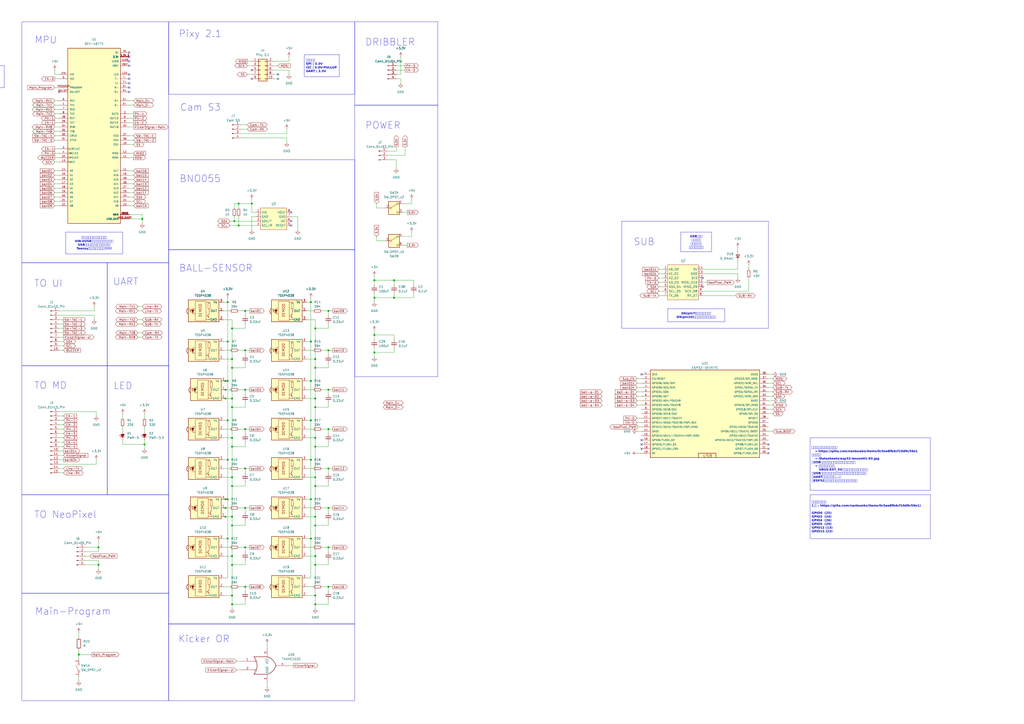
<source format=kicad_sch>
(kicad_sch (version 20231120) (generator "eeschema") (generator_version "8.0")
  (paper "A2")
  (junction (at 130.81 289.56))
  (junction (at 132.08 266.7))
  (junction (at 138.43 130.81))
  (junction (at 130.81 294.64))
  (junction (at 142.24 248.92))
  (junction (at 134.62 281.94))
  (junction (at 217.17 204.47))
  (junction (at 217.17 162.56))
  (junction (at 134.62 190.5))
  (junction (at 142.24 294.64))
  (junction (at 132.08 289.56))
  (junction (at 182.88 299.72))
  (junction (at 134.62 322.58))
  (junction (at 190.5 340.36))
  (junction (at 228.6 162.56))
  (junction (at 134.62 276.86))
  (junction (at 217.17 172.72))
  (junction (at 180.34 220.98))
  (junction (at 134.62 208.28))
  (junction (at 130.81 220.98))
  (junction (at 135.89 128.27))
  (junction (at 134.62 350.52))
  (junction (at 134.62 236.22))
  (junction (at 134.62 213.36))
  (junction (at 130.81 231.14))
  (junction (at 132.08 312.42))
  (junction (at 138.43 118.11))
  (junction (at 142.24 340.36))
  (junction (at 134.62 254))
  (junction (at 182.88 345.44))
  (junction (at 228.6 172.72))
  (junction (at 142.24 317.5))
  (junction (at 132.08 220.98))
  (junction (at 146.05 118.11))
  (junction (at 190.5 271.78))
  (junction (at 190.5 203.2))
  (junction (at 182.88 304.8))
  (junction (at 190.5 180.34))
  (junction (at 132.08 198.12))
  (junction (at 134.62 345.44))
  (junction (at 82.55 127))
  (junction (at 182.88 190.5))
  (junction (at 134.62 299.72))
  (junction (at 182.88 327.66))
  (junction (at 182.88 208.28))
  (junction (at 130.81 299.72))
  (junction (at 142.24 226.06))
  (junction (at 182.88 281.94))
  (junction (at 182.88 322.58))
  (junction (at 142.24 271.78))
  (junction (at 180.34 266.7))
  (junction (at 180.34 198.12))
  (junction (at 190.5 248.92))
  (junction (at 83.82 257.81))
  (junction (at 142.24 180.34))
  (junction (at 190.5 226.06))
  (junction (at 182.88 213.36))
  (junction (at 182.88 236.22))
  (junction (at 180.34 289.56))
  (junction (at 132.08 243.84))
  (junction (at 180.34 175.26))
  (junction (at 45.72 379.73))
  (junction (at 190.5 317.5))
  (junction (at 134.62 231.14))
  (junction (at 132.08 175.26))
  (junction (at 134.62 259.08))
  (junction (at 180.34 312.42))
  (junction (at 57.15 317.5))
  (junction (at 130.81 226.06))
  (junction (at 182.88 276.86))
  (junction (at 134.62 304.8))
  (junction (at 182.88 259.08))
  (junction (at 134.62 327.66))
  (junction (at 182.88 254))
  (junction (at 182.88 231.14))
  (junction (at 180.34 243.84))
  (junction (at 190.5 294.64))
  (junction (at 217.17 194.31))
  (junction (at 182.88 350.52))
  (junction (at 57.15 327.66))
  (junction (at 142.24 203.2))
  (no_connect (at 372.11 260.35))
  (no_connect (at 372.11 217.17))
  (no_connect (at 146.05 45.72))
  (no_connect (at 74.93 50.8))
  (no_connect (at 168.91 130.81))
  (no_connect (at 74.93 43.18))
  (no_connect (at 372.11 257.81))
  (no_connect (at 146.05 40.64))
  (no_connect (at 161.29 45.72))
  (no_connect (at 445.77 257.81))
  (no_connect (at 445.77 262.89))
  (no_connect (at 74.93 30.48))
  (no_connect (at 34.29 53.34))
  (no_connect (at 74.93 48.26))
  (no_connect (at 372.11 255.27))
  (no_connect (at 445.77 260.35))
  (no_connect (at 74.93 35.56))
  (no_connect (at 407.67 166.37))
  (no_connect (at 168.91 128.27))
  (no_connect (at 168.91 123.19))
  (no_connect (at 407.67 161.29))
  (no_connect (at 74.93 45.72))
  (no_connect (at 161.29 43.18))
  (no_connect (at 74.93 38.1))
  (no_connect (at 74.93 33.02))
  (no_connect (at 74.93 53.34))
  (wire (pts (xy 182.88 208.28) (xy 182.88 213.36)))
  (wire (pts (xy 143.51 35.56) (xy 146.05 35.56)))
  (wire (pts (xy 129.54 322.58) (xy 134.62 322.58)))
  (wire (pts (xy 434.34 153.67) (xy 434.34 156.21)))
  (wire (pts (xy 74.93 116.84) (xy 77.47 116.84)))
  (wire (pts (xy 49.53 322.58) (xy 52.07 322.58)))
  (wire (pts (xy 142.24 248.92) (xy 142.24 251.46)))
  (wire (pts (xy 190.5 340.36) (xy 190.5 342.9)))
  (wire (pts (xy 77.47 83.82) (xy 74.93 83.82)))
  (wire (pts (xy 129.54 294.64) (xy 130.81 294.64)))
  (wire (pts (xy 186.69 203.2) (xy 190.5 203.2)))
  (wire (pts (xy 129.54 345.44) (xy 134.62 345.44)))
  (wire (pts (xy 130.81 220.98) (xy 132.08 220.98)))
  (wire (pts (xy 132.08 198.12) (xy 132.08 220.98)))
  (wire (pts (xy 172.72 125.73) (xy 168.91 125.73)))
  (wire (pts (xy 234.95 85.09) (xy 234.95 90.17)))
  (wire (pts (xy 134.62 345.44) (xy 134.62 350.52)))
  (wire (pts (xy 129.54 271.78) (xy 133.35 271.78)))
  (wire (pts (xy 177.8 322.58) (xy 182.88 322.58)))
  (wire (pts (xy 445.77 222.25) (xy 448.31 222.25)))
  (wire (pts (xy 134.62 190.5) (xy 142.24 190.5)))
  (wire (pts (xy 232.41 33.02) (xy 232.41 43.18)))
  (wire (pts (xy 177.8 312.42) (xy 180.34 312.42)))
  (wire (pts (xy 190.5 233.68) (xy 190.5 236.22)))
  (wire (pts (xy 57.15 330.2) (xy 57.15 327.66)))
  (wire (pts (xy 217.17 201.93) (xy 217.17 204.47)))
  (wire (pts (xy 31.75 114.3) (xy 34.29 114.3)))
  (wire (pts (xy 142.24 317.5) (xy 144.78 317.5)))
  (wire (pts (xy 45.72 392.43) (xy 45.72 394.97)))
  (wire (pts (xy 182.88 276.86) (xy 182.88 281.94)))
  (wire (pts (xy 146.05 118.11) (xy 146.05 123.19)))
  (wire (pts (xy 228.6 204.47) (xy 228.6 201.93)))
  (wire (pts (xy 83.82 257.81) (xy 83.82 260.35)))
  (wire (pts (xy 177.8 276.86) (xy 182.88 276.86)))
  (wire (pts (xy 177.8 203.2) (xy 181.61 203.2)))
  (wire (pts (xy 228.6 162.56) (xy 228.6 165.1)))
  (wire (pts (xy 138.43 317.5) (xy 142.24 317.5)))
  (wire (pts (xy 138.43 203.2) (xy 142.24 203.2)))
  (wire (pts (xy 142.24 347.98) (xy 142.24 350.52)))
  (wire (pts (xy 34.29 271.78) (xy 36.83 271.78)))
  (wire (pts (xy 31.75 68.58) (xy 34.29 68.58)))
  (wire (pts (xy 190.5 203.2) (xy 190.5 205.74)))
  (wire (pts (xy 55.88 241.3) (xy 55.88 238.76)))
  (wire (pts (xy 382.27 168.91) (xy 384.81 168.91)))
  (wire (pts (xy 129.54 203.2) (xy 133.35 203.2)))
  (wire (pts (xy 130.81 299.72) (xy 134.62 299.72)))
  (wire (pts (xy 190.5 325.12) (xy 190.5 327.66)))
  (wire (pts (xy 134.62 276.86) (xy 134.62 281.94)))
  (wire (pts (xy 217.17 194.31) (xy 217.17 196.85)))
  (wire (pts (xy 177.8 299.72) (xy 182.88 299.72)))
  (wire (pts (xy 236.22 142.24) (xy 233.68 142.24)))
  (wire (pts (xy 74.93 73.66) (xy 77.47 73.66)))
  (wire (pts (xy 34.29 238.76) (xy 55.88 238.76)))
  (wire (pts (xy 177.8 226.06) (xy 181.61 226.06)))
  (wire (pts (xy 36.83 254) (xy 34.29 254)))
  (wire (pts (xy 142.24 325.12) (xy 142.24 327.66)))
  (wire (pts (xy 134.62 322.58) (xy 134.62 327.66)))
  (wire (pts (xy 142.24 256.54) (xy 142.24 259.08)))
  (wire (pts (xy 83.82 240.03) (xy 83.82 242.57)))
  (wire (pts (xy 31.75 93.98) (xy 34.29 93.98)))
  (wire (pts (xy 129.54 175.26) (xy 132.08 175.26)))
  (wire (pts (xy 31.75 45.72) (xy 34.29 45.72)))
  (wire (pts (xy 407.67 171.45) (xy 426.72 171.45)))
  (wire (pts (xy 142.24 271.78) (xy 144.78 271.78)))
  (wire (pts (xy 134.62 190.5) (xy 134.62 208.28)))
  (wire (pts (xy 177.8 198.12) (xy 180.34 198.12)))
  (wire (pts (xy 142.24 210.82) (xy 142.24 213.36)))
  (wire (pts (xy 448.31 217.17) (xy 445.77 217.17)))
  (wire (pts (xy 172.72 133.35) (xy 172.72 125.73)))
  (wire (pts (xy 31.75 88.9) (xy 34.29 88.9)))
  (wire (pts (xy 135.89 118.11) (xy 135.89 120.65)))
  (wire (pts (xy 83.82 247.65) (xy 83.82 250.19)))
  (wire (pts (xy 130.81 289.56) (xy 132.08 289.56)))
  (wire (pts (xy 132.08 243.84) (xy 132.08 266.7)))
  (wire (pts (xy 190.5 279.4) (xy 190.5 281.94)))
  (wire (pts (xy 190.5 210.82) (xy 190.5 213.36)))
  (wire (pts (xy 177.8 208.28) (xy 182.88 208.28)))
  (wire (pts (xy 129.54 231.14) (xy 130.81 231.14)))
  (wire (pts (xy 166.37 77.47) (xy 139.7 77.47)))
  (wire (pts (xy 190.5 294.64) (xy 190.5 297.18)))
  (wire (pts (xy 138.43 248.92) (xy 142.24 248.92)))
  (wire (pts (xy 143.51 43.18) (xy 146.05 43.18)))
  (wire (pts (xy 240.03 162.56) (xy 228.6 162.56)))
  (wire (pts (xy 31.75 99.06) (xy 34.29 99.06)))
  (wire (pts (xy 448.31 219.71) (xy 445.77 219.71)))
  (wire (pts (xy 166.37 80.01) (xy 139.7 80.01)))
  (wire (pts (xy 182.88 322.58) (xy 182.88 327.66)))
  (wire (pts (xy 129.54 312.42) (xy 132.08 312.42)))
  (wire (pts (xy 74.93 99.06) (xy 77.47 99.06)))
  (wire (pts (xy 190.5 271.78) (xy 193.04 271.78)))
  (wire (pts (xy 190.5 347.98) (xy 190.5 350.52)))
  (wire (pts (xy 129.54 226.06) (xy 130.81 226.06)))
  (wire (pts (xy 186.69 180.34) (xy 190.5 180.34)))
  (wire (pts (xy 240.03 162.56) (xy 240.03 165.1)))
  (wire (pts (xy 31.75 71.12) (xy 34.29 71.12)))
  (wire (pts (xy 190.5 294.64) (xy 193.04 294.64)))
  (wire (pts (xy 134.62 281.94) (xy 142.24 281.94)))
  (wire (pts (xy 146.05 125.73) (xy 148.59 125.73)))
  (wire (pts (xy 190.5 340.36) (xy 193.04 340.36)))
  (wire (pts (xy 54.61 180.34) (xy 34.29 180.34)))
  (wire (pts (xy 218.44 120.65) (xy 223.52 120.65)))
  (wire (pts (xy 369.57 250.19) (xy 372.11 250.19)))
  (wire (pts (xy 448.31 240.03) (xy 445.77 240.03)))
  (wire (pts (xy 74.93 104.14) (xy 77.47 104.14)))
  (wire (pts (xy 238.76 115.57) (xy 238.76 118.11)))
  (wire (pts (xy 182.88 213.36) (xy 190.5 213.36)))
  (wire (pts (xy 180.34 172.72) (xy 180.34 175.26)))
  (wire (pts (xy 129.54 243.84) (xy 132.08 243.84)))
  (wire (pts (xy 434.34 161.29) (xy 434.34 168.91)))
  (wire (pts (xy 190.5 317.5) (xy 193.04 317.5)))
  (wire (pts (xy 382.27 161.29) (xy 384.81 161.29)))
  (wire (pts (xy 217.17 204.47) (xy 228.6 204.47)))
  (wire (pts (xy 80.01 185.42) (xy 82.55 185.42)))
  (wire (pts (xy 182.88 327.66) (xy 190.5 327.66)))
  (wire (pts (xy 80.01 193.04) (xy 82.55 193.04)))
  (wire (pts (xy 234.95 38.1) (xy 229.87 38.1)))
  (wire (pts (xy 180.34 220.98) (xy 180.34 243.84)))
  (wire (pts (xy 369.57 229.87) (xy 372.11 229.87)))
  (wire (pts (xy 135.89 128.27) (xy 148.59 128.27)))
  (wire (pts (xy 57.15 325.12) (xy 57.15 327.66)))
  (wire (pts (xy 182.88 327.66) (xy 182.88 345.44)))
  (wire (pts (xy 129.54 340.36) (xy 133.35 340.36)))
  (wire (pts (xy 134.62 254) (xy 134.62 259.08)))
  (wire (pts (xy 190.5 271.78) (xy 190.5 274.32)))
  (wire (pts (xy 217.17 172.72) (xy 228.6 172.72)))
  (wire (pts (xy 382.27 163.83) (xy 384.81 163.83)))
  (wire (pts (xy 369.57 232.41) (xy 372.11 232.41)))
  (wire (pts (xy 382.27 171.45) (xy 384.81 171.45)))
  (wire (pts (xy 146.05 133.35) (xy 146.05 125.73)))
  (wire (pts (xy 177.8 345.44) (xy 182.88 345.44)))
  (wire (pts (xy 407.67 158.75) (xy 427.99 158.75)))
  (wire (pts (xy 369.57 224.79) (xy 372.11 224.79)))
  (wire (pts (xy 182.88 281.94) (xy 190.5 281.94)))
  (wire (pts (xy 180.34 198.12) (xy 180.34 220.98)))
  (wire (pts (xy 142.24 317.5) (xy 142.24 320.04)))
  (wire (pts (xy 31.75 101.6) (xy 34.29 101.6)))
  (wire (pts (xy 54.61 182.88) (xy 34.29 182.88)))
  (wire (pts (xy 182.88 281.94) (xy 182.88 299.72)))
  (wire (pts (xy 36.83 259.08) (xy 34.29 259.08)))
  (wire (pts (xy 186.69 226.06) (xy 190.5 226.06)))
  (wire (pts (xy 36.83 190.5) (xy 34.29 190.5)))
  (wire (pts (xy 190.5 180.34) (xy 190.5 182.88)))
  (wire (pts (xy 31.75 119.38) (xy 34.29 119.38)))
  (wire (pts (xy 142.24 294.64) (xy 144.78 294.64)))
  (wire (pts (xy 427.99 161.29) (xy 427.99 158.75)))
  (wire (pts (xy 129.54 248.92) (xy 133.35 248.92)))
  (wire (pts (xy 142.24 279.4) (xy 142.24 281.94)))
  (wire (pts (xy 448.31 250.19) (xy 445.77 250.19)))
  (wire (pts (xy 229.87 97.79) (xy 229.87 92.71)))
  (wire (pts (xy 83.82 255.27) (xy 83.82 257.81)))
  (wire (pts (xy 74.93 111.76) (xy 77.47 111.76)))
  (wire (pts (xy 190.5 187.96) (xy 190.5 190.5)))
  (wire (pts (xy 31.75 116.84) (xy 34.29 116.84)))
  (wire (pts (xy 74.93 109.22) (xy 77.47 109.22)))
  (wire (pts (xy 129.54 299.72) (xy 130.81 299.72)))
  (wire (pts (xy 36.83 195.58) (xy 34.29 195.58)))
  (wire (pts (xy 177.8 220.98) (xy 180.34 220.98)))
  (wire (pts (xy 182.88 304.8) (xy 182.88 322.58)))
  (wire (pts (xy 369.57 219.71) (xy 372.11 219.71)))
  (wire (pts (xy 74.93 66.04) (xy 77.47 66.04)))
  (wire (pts (xy 180.34 266.7) (xy 180.34 289.56)))
  (wire (pts (xy 31.75 91.44) (xy 34.29 91.44)))
  (wire (pts (xy 31.75 81.28) (xy 34.29 81.28)))
  (wire (pts (xy 180.34 175.26) (xy 180.34 198.12)))
  (wire (pts (xy 142.24 340.36) (xy 144.78 340.36)))
  (wire (pts (xy 45.72 379.73) (xy 45.72 382.27)))
  (wire (pts (xy 182.88 236.22) (xy 182.88 254)))
  (wire (pts (xy 154.94 396.24) (xy 154.94 398.78)))
  (wire (pts (xy 142.24 233.68) (xy 142.24 236.22)))
  (wire (pts (xy 236.22 123.19) (xy 233.68 123.19)))
  (wire (pts (xy 142.24 203.2) (xy 142.24 205.74)))
  (wire (pts (xy 229.87 85.09) (xy 229.87 87.63)))
  (wire (pts (xy 217.17 191.77) (xy 217.17 194.31)))
  (wire (pts (xy 71.12 240.03) (xy 71.12 242.57)))
  (wire (pts (xy 129.54 289.56) (xy 130.81 289.56)))
  (wire (pts (xy 57.15 317.5) (xy 57.15 320.04)))
  (wire (pts (xy 382.27 166.37) (xy 384.81 166.37)))
  (wire (pts (xy 129.54 335.28) (xy 132.08 335.28)))
  (wire (pts (xy 31.75 40.64) (xy 31.75 43.18)))
  (wire (pts (xy 218.44 137.16) (xy 218.44 139.7)))
  (wire (pts (xy 31.75 43.18) (xy 34.29 43.18)))
  (wire (pts (xy 74.93 71.12) (xy 77.47 71.12)))
  (wire (pts (xy 31.75 66.04) (xy 34.29 66.04)))
  (wire (pts (xy 142.24 271.78) (xy 142.24 274.32)))
  (wire (pts (xy 407.67 163.83) (xy 410.21 163.83)))
  (wire (pts (xy 177.8 254) (xy 182.88 254)))
  (wire (pts (xy 137.16 388.62) (xy 139.7 388.62)))
  (wire (pts (xy 80.01 177.8) (xy 82.55 177.8)))
  (wire (pts (xy 170.18 386.08) (xy 167.64 386.08)))
  (wire (pts (xy 146.05 115.57) (xy 146.05 118.11)))
  (wire (pts (xy 45.72 377.19) (xy 45.72 379.73)))
  (wire (pts (xy 71.12 247.65) (xy 71.12 250.19)))
  (wire (pts (xy 142.24 180.34) (xy 142.24 182.88)))
  (wire (pts (xy 134.62 304.8) (xy 134.62 322.58)))
  (wire (pts (xy 445.77 227.33) (xy 448.31 227.33)))
  (wire (pts (xy 77.47 81.28) (xy 74.93 81.28)))
  (wire (pts (xy 135.89 125.73) (xy 135.89 128.27)))
  (wire (pts (xy 177.8 175.26) (xy 180.34 175.26)))
  (wire (pts (xy 134.62 185.42) (xy 134.62 190.5)))
  (wire (pts (xy 134.62 213.36) (xy 134.62 231.14)))
  (wire (pts (xy 240.03 172.72) (xy 228.6 172.72)))
  (wire (pts (xy 133.35 128.27) (xy 135.89 128.27)))
  (wire (pts (xy 186.69 294.64) (xy 190.5 294.64)))
  (wire (pts (xy 134.62 350.52) (xy 142.24 350.52)))
  (wire (pts (xy 71.12 255.27) (xy 71.12 257.81)))
  (wire (pts (xy 166.37 82.55) (xy 166.37 80.01)))
  (wire (pts (xy 129.54 198.12) (xy 132.08 198.12)))
  (wire (pts (xy 240.03 172.72) (xy 240.03 170.18)))
  (wire (pts (xy 158.75 43.18) (xy 161.29 43.18)))
  (wire (pts (xy 77.47 119.38) (xy 74.93 119.38)))
  (wire (pts (xy 57.15 313.69) (xy 57.15 317.5)))
  (wire (pts (xy 129.54 220.98) (xy 130.81 220.98)))
  (wire (pts (xy 129.54 180.34) (xy 133.35 180.34)))
  (wire (pts (xy 138.43 118.11) (xy 138.43 120.65)))
  (wire (pts (xy 36.83 241.3) (xy 34.29 241.3)))
  (wire (pts (xy 238.76 134.62) (xy 238.76 137.16)))
  (wire (pts (xy 138.43 340.36) (xy 142.24 340.36)))
  (wire (pts (xy 31.75 50.8) (xy 34.29 50.8)))
  (wire (pts (xy 36.83 198.12) (xy 34.29 198.12)))
  (wire (pts (xy 34.29 269.24) (xy 55.88 269.24)))
  (wire (pts (xy 182.88 304.8) (xy 190.5 304.8)))
  (wire (pts (xy 190.5 302.26) (xy 190.5 304.8)))
  (wire (pts (xy 137.16 383.54) (xy 139.7 383.54)))
  (wire (pts (xy 142.24 226.06) (xy 142.24 228.6)))
  (wire (pts (xy 180.34 243.84) (xy 180.34 266.7)))
  (wire (pts (xy 448.31 232.41) (xy 445.77 232.41)))
  (wire (pts (xy 130.81 231.14) (xy 134.62 231.14)))
  (wire (pts (xy 238.76 118.11) (xy 233.68 118.11)))
  (wire (pts (xy 182.88 259.08) (xy 182.88 276.86)))
  (wire (pts (xy 36.83 203.2) (xy 34.29 203.2)))
  (wire (pts (xy 190.5 226.06) (xy 193.04 226.06)))
  (wire (pts (xy 177.8 185.42) (xy 182.88 185.42)))
  (wire (pts (xy 177.8 294.64) (xy 181.61 294.64)))
  (wire (pts (xy 369.57 227.33) (xy 372.11 227.33)))
  (wire (pts (xy 49.53 320.04) (xy 57.15 320.04)))
  (wire (pts (xy 74.93 127) (xy 82.55 127)))
  (wire (pts (xy 142.24 187.96) (xy 142.24 190.5)))
  (wire (pts (xy 138.43 118.11) (xy 146.05 118.11)))
  (wire (pts (xy 134.62 208.28) (xy 134.62 213.36)))
  (wire (pts (xy 57.15 327.66) (xy 49.53 327.66)))
  (wire (pts (xy 74.93 91.44) (xy 77.47 91.44)))
  (wire (pts (xy 448.31 234.95) (xy 445.77 234.95)))
  (wire (pts (xy 142.24 203.2) (xy 144.78 203.2)))
  (wire (pts (xy 135.89 118.11) (xy 138.43 118.11)))
  (wire (pts (xy 31.75 58.42) (xy 34.29 58.42)))
  (wire (pts (xy 31.75 111.76) (xy 34.29 111.76)))
  (wire (pts (xy 142.24 226.06) (xy 144.78 226.06)))
  (wire (pts (xy 382.27 156.21) (xy 384.81 156.21)))
  (wire (pts (xy 146.05 123.19) (xy 148.59 123.19)))
  (wire (pts (xy 36.83 243.84) (xy 34.29 243.84)))
  (wire (pts (xy 182.88 185.42) (xy 182.88 190.5)))
  (wire (pts (xy 54.61 177.8) (xy 54.61 180.34)))
  (wire (pts (xy 36.83 251.46) (xy 34.29 251.46)))
  (wire (pts (xy 31.75 76.2) (xy 34.29 76.2)))
  (wire (pts (xy 167.64 33.02) (xy 167.64 35.56)))
  (wire (pts (xy 71.12 257.81) (xy 83.82 257.81)))
  (wire (pts (xy 129.54 317.5) (xy 133.35 317.5)))
  (wire (pts (xy 31.75 60.96) (xy 34.29 60.96)))
  (wire (pts (xy 180.34 312.42) (xy 180.34 335.28)))
  (wire (pts (xy 143.51 74.93) (xy 139.7 74.93)))
  (wire (pts (xy 134.62 327.66) (xy 134.62 345.44)))
  (wire (pts (xy 154.94 373.38) (xy 154.94 375.92)))
  (wire (pts (xy 218.44 118.11) (xy 218.44 120.65)))
  (wire (pts (xy 217.17 162.56) (xy 217.17 165.1)))
  (wire (pts (xy 445.77 224.79) (xy 448.31 224.79)))
  (wire (pts (xy 369.57 247.65) (xy 372.11 247.65)))
  (wire (pts (xy 132.08 266.7) (xy 132.08 289.56)))
  (wire (pts (xy 129.54 208.28) (xy 134.62 208.28)))
  (wire (pts (xy 134.62 231.14) (xy 134.62 236.22)))
  (wire (pts (xy 129.54 266.7) (xy 132.08 266.7)))
  (wire (pts (xy 134.62 236.22) (xy 142.24 236.22)))
  (wire (pts (xy 186.69 271.78) (xy 190.5 271.78)))
  (wire (pts (xy 134.62 327.66) (xy 142.24 327.66)))
  (wire (pts (xy 158.75 35.56) (xy 167.64 35.56)))
  (wire (pts (xy 36.83 185.42) (xy 34.29 185.42)))
  (wire (pts (xy 382.27 158.75) (xy 384.81 158.75)))
  (wire (pts (xy 36.83 256.54) (xy 34.29 256.54)))
  (wire (pts (xy 31.75 104.14) (xy 34.29 104.14)))
  (wire (pts (xy 132.08 289.56) (xy 132.08 312.42)))
  (wire (pts (xy 427.99 143.51) (xy 427.99 146.05)))
  (wire (pts (xy 34.29 261.62) (xy 36.83 261.62)))
  (wire (pts (xy 182.88 299.72) (xy 182.88 304.8)))
  (wire (pts (xy 182.88 213.36) (xy 182.88 231.14)))
  (wire (pts (xy 427.99 151.13) (xy 427.99 156.21)))
  (wire (pts (xy 177.8 340.36) (xy 181.61 340.36)))
  (wire (pts (xy 228.6 172.72) (xy 228.6 170.18)))
  (wire (pts (xy 132.08 172.72) (xy 132.08 175.26)))
  (wire (pts (xy 167.64 40.64) (xy 167.64 43.18)))
  (wire (pts (xy 190.5 256.54) (xy 190.5 259.08)))
  (wire (pts (xy 232.41 45.72) (xy 229.87 45.72)))
  (wire (pts (xy 134.62 281.94) (xy 134.62 299.72)))
  (wire (pts (xy 77.47 68.58) (xy 74.93 68.58)))
  (wire (pts (xy 49.53 317.5) (xy 57.15 317.5)))
  (wire (pts (xy 177.8 248.92) (xy 181.61 248.92)))
  (wire (pts (xy 229.87 40.64) (xy 234.95 40.64)))
  (wire (pts (xy 132.08 312.42) (xy 132.08 335.28)))
  (wire (pts (xy 182.88 350.52) (xy 190.5 350.52)))
  (wire (pts (xy 369.57 222.25) (xy 372.11 222.25)))
  (wire (pts (xy 448.31 237.49) (xy 445.77 237.49)))
  (wire (pts (xy 232.41 43.18) (xy 229.87 43.18)))
  (wire (pts (xy 369.57 262.89) (xy 372.11 262.89)))
  (wire (pts (xy 182.88 350.52) (xy 182.88 353.06)))
  (wire (pts (xy 180.34 289.56) (xy 180.34 312.42)))
  (wire (pts (xy 158.75 40.64) (xy 167.64 40.64)))
  (wire (pts (xy 142.24 294.64) (xy 142.24 297.18)))
  (wire (pts (xy 217.17 172.72) (xy 217.17 175.26)))
  (wire (pts (xy 224.79 87.63) (xy 229.87 87.63)))
  (wire (pts (xy 232.41 48.26) (xy 232.41 45.72)))
  (wire (pts (xy 177.8 317.5) (xy 181.61 317.5)))
  (wire (pts (xy 182.88 190.5) (xy 190.5 190.5)))
  (wire (pts (xy 31.75 106.68) (xy 34.29 106.68)))
  (wire (pts (xy 80.01 187.96) (xy 82.55 187.96)))
  (wire (pts (xy 54.61 185.42) (xy 54.61 182.88)))
  (wire (pts (xy 129.54 254) (xy 134.62 254)))
  (wire (pts (xy 82.55 124.46) (xy 82.55 127)))
  (wire (pts (xy 36.83 187.96) (xy 34.29 187.96)))
  (wire (pts (xy 190.5 248.92) (xy 190.5 251.46)))
  (wire (pts (xy 74.93 58.42) (xy 77.47 58.42)))
  (wire (pts (xy 133.35 130.81) (xy 138.43 130.81)))
  (wire (pts (xy 34.29 264.16) (xy 36.83 264.16)))
  (wire (pts (xy 34.29 266.7) (xy 36.83 266.7)))
  (wire (pts (xy 228.6 194.31) (xy 228.6 196.85)))
  (wire (pts (xy 134.62 304.8) (xy 142.24 304.8)))
  (wire (pts (xy 80.01 180.34) (xy 82.55 180.34)))
  (wire (pts (xy 218.44 139.7) (xy 223.52 139.7)))
  (wire (pts (xy 142.24 340.36) (xy 142.24 342.9)))
  (wire (pts (xy 138.43 180.34) (xy 142.24 180.34)))
  (wire (pts (xy 158.75 45.72) (xy 161.29 45.72)))
  (wire (pts (xy 132.08 220.98) (xy 132.08 243.84)))
  (wire (pts (xy 217.17 162.56) (xy 228.6 162.56)))
  (wire (pts (xy 177.8 335.28) (xy 180.34 335.28)))
  (wire (pts (xy 182.88 345.44) (xy 182.88 350.52)))
  (wire (pts (xy 177.8 231.14) (xy 182.88 231.14)))
  (wire (pts (xy 134.62 236.22) (xy 134.62 254)))
  (wire (pts (xy 182.88 236.22) (xy 190.5 236.22)))
  (wire (pts (xy 129.54 185.42) (xy 134.62 185.42)))
  (wire (pts (xy 177.8 271.78) (xy 181.61 271.78)))
  (wire (pts (xy 238.76 137.16) (xy 233.68 137.16)))
  (wire (pts (xy 190.5 180.34) (xy 193.04 180.34)))
  (wire (pts (xy 31.75 86.36) (xy 34.29 86.36)))
  (wire (pts (xy 182.88 190.5) (xy 182.88 208.28)))
  (wire (pts (xy 31.75 73.66) (xy 34.29 73.66)))
  (wire (pts (xy 234.95 90.17) (xy 224.79 90.17)))
  (wire (pts (xy 142.24 302.26) (xy 142.24 304.8)))
  (wire (pts (xy 217.17 194.31) (xy 228.6 194.31)))
  (wire (pts (xy 129.54 276.86) (xy 134.62 276.86)))
  (wire (pts (xy 74.93 60.96) (xy 77.47 60.96)))
  (wire (pts (xy 186.69 340.36) (xy 190.5 340.36)))
  (wire (pts (xy 130.81 226.06) (xy 133.35 226.06)))
  (wire (pts (xy 369.57 242.57) (xy 372.11 242.57)))
  (wire (pts (xy 369.57 245.11) (xy 372.11 245.11)))
  (wire (pts (xy 45.72 367.03) (xy 45.72 369.57)))
  (wire (pts (xy 217.17 170.18) (xy 217.17 172.72)))
  (wire (pts (xy 186.69 248.92) (xy 190.5 248.92)))
  (wire (pts (xy 142.24 248.92) (xy 144.78 248.92)))
  (wire (pts (xy 182.88 254) (xy 182.88 259.08)))
  (wire (pts (xy 130.81 294.64) (xy 133.35 294.64)))
  (wire (pts (xy 134.62 213.36) (xy 142.24 213.36)))
  (wire (pts (xy 369.57 234.95) (xy 372.11 234.95)))
  (wire (pts (xy 53.34 379.73) (xy 45.72 379.73)))
  (wire (pts (xy 36.83 200.66) (xy 34.29 200.66)))
  (wire (pts (xy 31.75 78.74) (xy 34.29 78.74)))
  (wire (pts (xy 217.17 160.02) (xy 217.17 162.56)))
  (wire (pts (xy 77.47 78.74) (xy 74.93 78.74)))
  (wire (pts (xy 182.88 259.08) (xy 190.5 259.08)))
  (wire (pts (xy 82.55 127) (xy 82.55 129.54)))
  (wire (pts (xy 74.93 88.9) (xy 77.47 88.9)))
  (wire (pts (xy 34.29 274.32) (xy 36.83 274.32)))
  (wire (pts (xy 190.5 248.92) (xy 193.04 248.92)))
  (wire (pts (xy 31.75 109.22) (xy 34.29 109.22)))
  (wire (pts (xy 177.8 180.34) (xy 181.61 180.34)))
  (wire (pts (xy 143.51 72.39) (xy 139.7 72.39)))
  (wire (pts (xy 36.83 248.92) (xy 34.29 248.92)))
  (wire (pts (xy 134.62 350.52) (xy 134.62 353.06)))
  (wire (pts (xy 229.87 92.71) (xy 224.79 92.71)))
  (wire (pts (xy 143.51 38.1) (xy 146.05 38.1)))
  (wire (pts (xy 190.5 203.2) (xy 193.04 203.2)))
  (wire (pts (xy 55.88 266.7) (xy 55.88 269.24)))
  (wire (pts (xy 186.69 317.5) (xy 190.5 317.5)))
  (wire (pts (xy 49.53 325.12) (xy 57.15 325.12)))
  (wire (pts (xy 190.5 226.06) (xy 190.5 228.6)))
  (wire (pts (xy 134.62 259.08) (xy 142.24 259.08)))
  (wire (pts (xy 36.83 193.04) (xy 34.29 193.04)))
  (wire (pts (xy 177.8 266.7) (xy 180.34 266.7)))
  (wire (pts (xy 177.8 243.84) (xy 180.34 243.84)))
  (wire (pts (xy 80.01 195.58) (xy 82.55 195.58)))
  (wire (pts (xy 190.5 317.5) (xy 190.5 320.04)))
  (wire (pts (xy 142.24 180.34) (xy 144.78 180.34)))
  (wire (pts (xy 134.62 299.72) (xy 134.62 304.8)))
  (wire (pts (xy 74.93 101.6) (xy 77.47 101.6)))
  (wire (pts (xy 74.93 114.3) (xy 77.47 114.3)))
  (wire (pts (xy 445.77 229.87) (xy 448.31 229.87)))
  (wire (pts (xy 134.62 259.08) (xy 134.62 276.86)))
  (wire (pts (xy 138.43 271.78) (xy 142.24 271.78)))
  (wire (pts (xy 74.93 106.68) (xy 77.47 106.68)))
  (wire (pts (xy 74.93 124.46) (xy 82.55 124.46)))
  (wire (pts (xy 217.17 204.47) (xy 217.17 207.01)))
  (wire (pts (xy 158.75 38.1) (xy 161.29 38.1)))
  (wire (pts (xy 138.43 125.73) (xy 138.43 130.81)))
  (wire (pts (xy 132.08 175.26) (xy 132.08 198.12)))
  (wire (pts (xy 138.43 130.81) (xy 148.59 130.81)))
  (wire (pts (xy 427.99 156.21) (xy 407.67 156.21)))
  (wire (pts (xy 138.43 294.64) (xy 142.24 294.64)))
  (wire (pts (xy 182.88 231.14) (xy 182.88 236.22)))
  (wire (pts (xy 36.83 246.38) (xy 34.29 246.38)))
  (wire (pts (xy 166.37 74.93) (xy 166.37 77.47)))
  (wire (pts (xy 407.67 168.91) (xy 434.34 168.91)))
  (wire (pts (xy 31.75 63.5) (xy 34.29 63.5)))
  (wire (pts (xy 177.8 289.56) (xy 180.34 289.56)))
  (wire (pts (xy 138.43 226.06) (xy 142.24 226.06)))
  (rectangle (start 12.7 152.4) (end 62.23 212.09))
  (rectangle (start 97.79 361.95) (end 205.74 406.4))
  (rectangle (start 97.79 12.7) (end 205.74 54.61))
  (rectangle (start 205.74 60.96) (end 254 218.44))
  (rectangle (start 12.7 344.17) (end 97.79 406.4))
  (rectangle (start 62.23 212.09) (end 97.79 287.02))
  (rectangle (start 360.68 128.27) (end 445.77 190.5))
  (rectangle (start 12.7 287.02) (end 97.79 344.17))
  (rectangle (start 97.79 144.78) (end 205.74 361.95))
  (rectangle (start 62.23 152.4) (end 97.79 212.09))
  (rectangle (start 12.7 12.7) (end 97.79 152.4))
  (rectangle (start 12.7 212.09) (end 62.23 287.02))
  (rectangle (start 97.79 92.71) (end 205.74 144.78))
  (rectangle (start 205.74 12.7) (end 254 60.96))
  (text_box "信号レベル\nSPI | 3.3V\nI2C | 5.0V-PULLUP\nUART | 3.3V" (at 176.53 31.75 0) (size 20.32 12.7) (effects (font (size 1.27 1.27) (thickness 0.254) (bold yes)) (justify left)))
  (text_box "以下のピンに注意\n(詳細 : https://qiita.com/nanbuwks/items/0c5ee8fb4cf10d9c59e1)\n\nGPIO0  (25)\nGPIO2  (24)\nGPIO4  (26)\nGPIO5  (29)\nGPIO12 (13)\nGPIO15 (23)" (at 469.9 287.02 0) (size 69.85 25.4) (effects (font (size 1.27 1.27) (thickness 0.254) (bold yes)) (justify left)))
  (text_box "USB給電と\n外部給電の\n衝突回避用の\nダイオード追加済" (at 394.97 134.62 0) (size 17.78 11.43) (effects (font (size 1.27 1.27) (thickness 0.254) (bold yes))))
  (text_box "D6(pin7)は基本使用しない\nD9(pin10)はスイッチ入力に使用する" (at 387.35 179.07 0) (size 33.02 7.62) (effects (font (size 1.27 1.27) (thickness 0.254) (bold yes))))
  (text_box "使用前には必ず開発ボード裏の\nVIN-VUSBジャンパをカットすること\nUSBケーブルとの電源の混合が起き\nTeensyが燃えるため絶対に!!!!!" (at 38.1 134.62 0) (size 33.02 12.7) (effects (font (size 1.27 1.27) (thickness 0.254) (bold yes))))
  (text_box "ProgramのPCBの足の数を2本に" (at -30.48 38.1 0) (size 33.02 12.7) (effects (font (size 1.27 1.27) (thickness 0.254) (bold yes))))
  (text_box "・各ピンの注意点などを調べる\n　→ https://qiita.com/nanbuwks/items/0c5ee8fb4cf10d9c59e1\n・ピン配置\n　→ /Datasheets/esp32-lesson01-03.jpg\n・USB電源と外部電源の衝突回避用のダイオード\n　→ 回路図を見たところ\n　　 VBUS-EXT_5V間にツェナーダイオードがある\n・USB反対方向の飛び出した板のような部分がアンテナらしい\n・UARTが一つしかない...？\n・ESP32から実験用のピンをいくつか出しておく" (at 469.9 254 0) (size 69.85 30.48) (effects (font (size 1.27 1.27) (thickness 0.254) (bold yes)) (justify left)))
  (text "TO NeoPixel" (at 19.812 300.99 0) (effects (font (size 4 4)) (justify left bottom)))
  (text "TO UI" (at 19.812 166.878 0) (effects (font (size 4 4)) (justify left bottom)))
  (text "UART" (at 65.532 165.862 0) (effects (font (size 4 4)) (justify left bottom)))
  (text "Main-Program" (at 20.32 357.124 0) (effects (font (size 4 4)) (justify left bottom)))
  (text "BALL-SENSOR" (at 103.886 157.988 0) (effects (font (size 4 4)) (justify left bottom)))
  (text "BNO055" (at 104.14 106.172 0) (effects (font (size 4 4)) (justify left bottom)))
  (text "LED" (at 65.786 226.314 0) (effects (font (size 4 4)) (justify left bottom)))
  (text "Pixy 2.1" (at 103.632 22.098 0) (effects (font (size 4 4)) (justify left bottom)))
  (text "SUB" (at 367.538 142.748 0) (effects (font (size 4 4)) (justify left bottom)))
  (text "Kicker OR" (at 103.378 373.126 0) (effects (font (size 4 4)) (justify left bottom)))
  (text "Cam S3" (at 104.394 64.77 0) (effects (font (size 4 4)) (justify left bottom)))
  (text "DRIBBLER" (at 211.836 26.924 0) (effects (font (size 4 4)) (justify left bottom)))
  (text "POWER" (at 211.836 75.184 0) (effects (font (size 4 4)) (justify left bottom)))
  (text "MPU" (at 20.066 25.654 0) (effects (font (size 4 4)) (justify left bottom)))
  (text "TO MD" (at 19.812 226.06 0) (effects (font (size 4 4)) (justify left bottom)))
  (global_label "SS" (shape bidirectional) (at 143.51 43.18 180) (property "Intersheetrefs" "${INTERSHEET_REFS}" (effects (hide yes))))
  (global_label "ball01" (shape output) (at 144.78 180.34 0) (property "Intersheetrefs" "${INTERSHEET_REFS}" (effects (hide yes))))
  (global_label "Main-RX1" (shape bidirectional) (at 31.75 58.42 180) (property "Intersheetrefs" "${INTERSHEET_REFS}" (effects (hide yes))))
  (global_label "BUZZER" (shape output) (at 31.75 91.44 180) (property "Intersheetrefs" "${INTERSHEET_REFS}" (effects (hide yes))))
  (global_label "ball-a-03" (shape output) (at 336.55 232.41 0) (property "Intersheetrefs" "${INTERSHEET_REFS}" (effects (hide yes))))
  (global_label "SCK" (shape bidirectional) (at 143.51 38.1 180) (property "Intersheetrefs" "${INTERSHEET_REFS}" (effects (hide yes))))
  (global_label "EN-D" (shape input) (at 369.57 245.11 180) (property "Intersheetrefs" "${INTERSHEET_REFS}" (effects (hide yes))))
  (global_label "ball10" (shape output) (at 193.04 203.2 0) (property "Intersheetrefs" "${INTERSHEET_REFS}" (effects (hide yes))))
  (global_label "SDA" (shape bidirectional) (at 448.31 229.87 0) (property "Intersheetrefs" "${INTERSHEET_REFS}" (effects (hide yes))))
  (global_label "ball12" (shape output) (at 193.04 248.92 0) (property "Intersheetrefs" "${INTERSHEET_REFS}" (effects (hide yes))))
  (global_label "SDA" (shape bidirectional) (at 382.27 166.37 180) (property "Intersheetrefs" "${INTERSHEET_REFS}" (effects (hide yes))))
  (global_label "ball13" (shape input) (at 77.47 106.68 0) (property "Intersheetrefs" "${INTERSHEET_REFS}" (effects (hide yes))))
  (global_label "Main-TX2" (shape bidirectional) (at 80.01 185.42 180) (property "Intersheetrefs" "${INTERSHEET_REFS}" (effects (hide yes))))
  (global_label "ball04" (shape input) (at 31.75 106.68 180) (property "Intersheetrefs" "${INTERSHEET_REFS}" (effects (hide yes))))
  (global_label "MOSI" (shape output) (at 77.47 91.44 0) (property "Intersheetrefs" "${INTERSHEET_REFS}" (effects (hide yes))))
  (global_label "SW-TAC-3" (shape output) (at 36.83 190.5 0) (property "Intersheetrefs" "${INTERSHEET_REFS}" (effects (hide yes))))
  (global_label "ball-a-04" (shape output) (at 336.55 234.95 0) (property "Intersheetrefs" "${INTERSHEET_REFS}" (effects (hide yes))))
  (global_label "EN-D" (shape input) (at 382.27 163.83 180) (property "Intersheetrefs" "${INTERSHEET_REFS}" (effects (hide yes))))
  (global_label "SUB-TX" (shape bidirectional) (at 82.55 187.96 0) (property "Intersheetrefs" "${INTERSHEET_REFS}" (effects (hide yes))))
  (global_label "ball09" (shape output) (at 193.04 180.34 0) (property "Intersheetrefs" "${INTERSHEET_REFS}" (effects (hide yes))))
  (global_label "MISO" (shape output) (at 143.51 35.56 180) (property "Intersheetrefs" "${INTERSHEET_REFS}" (effects (hide yes))))
  (global_label "EN-D" (shape output) (at 234.95 40.64 0) (property "Intersheetrefs" "${INTERSHEET_REFS}" (effects (hide yes))))
  (global_label "SS" (shape bidirectional) (at 448.31 240.03 0) (property "Intersheetrefs" "${INTERSHEET_REFS}" (effects (hide yes))))
  (global_label "ball-a-01" (shape output) (at 336.55 227.33 0) (property "Intersheetrefs" "${INTERSHEET_REFS}" (effects (hide yes))))
  (global_label "SW-TAC-4" (shape output) (at 36.83 193.04 0) (property "Intersheetrefs" "${INTERSHEET_REFS}" (effects (hide yes))))
  (global_label "SCK" (shape bidirectional) (at 31.75 93.98 180) (property "Intersheetrefs" "${INTERSHEET_REFS}" (effects (hide yes))))
  (global_label "Main_D-" (shape bidirectional) (at 77.47 60.96 0) (property "Intersheetrefs" "${INTERSHEET_REFS}" (effects (hide yes))))
  (global_label "ball10" (shape input) (at 77.47 119.38 0) (property "Intersheetrefs" "${INTERSHEET_REFS}" (effects (hide yes))))
  (global_label "KickerSignal-UI" (shape input) (at 137.16 388.62 180) (property "Intersheetrefs" "${INTERSHEET_REFS}" (effects (hide yes))))
  (global_label "5.0V" (shape output) (at 236.22 123.19 0) (property "Intersheetrefs" "${INTERSHEET_REFS}" (effects (hide yes))))
  (global_label "Main-RX1" (shape bidirectional) (at 80.01 180.34 180) (property "Intersheetrefs" "${INTERSHEET_REFS}" (effects (hide yes))))
  (global_label "ball15" (shape output) (at 193.04 317.5 0) (property "Intersheetrefs" "${INTERSHEET_REFS}" (effects (hide yes))))
  (global_label "Main-TX2" (shape bidirectional) (at 31.75 66.04 180) (property "Intersheetrefs" "${INTERSHEET_REFS}" (effects (hide yes))))
  (global_label "NeoPixel_PWM" (shape input) (at 52.07 322.58 0) (property "Intersheetrefs" "${INTERSHEET_REFS}" (effects (hide yes))))
  (global_label "Main_Program" (shape input) (at 31.75 50.8 180) (property "Intersheetrefs" "${INTERSHEET_REFS}" (effects (hide yes))))
  (global_label "Cam-TX" (shape bidirectional) (at 82.55 195.58 0) (property "Intersheetrefs" "${INTERSHEET_REFS}" (effects (hide yes))))
  (global_label "ball07" (shape input) (at 31.75 114.3 180) (property "Intersheetrefs" "${INTERSHEET_REFS}" (effects (hide yes))))
  (global_label "ball08" (shape output) (at 144.78 340.36 0) (property "Intersheetrefs" "${INTERSHEET_REFS}" (effects (hide yes))))
  (global_label "PH-D" (shape input) (at 369.57 242.57 180) (property "Intersheetrefs" "${INTERSHEET_REFS}" (effects (hide yes))))
  (global_label "Cam-RX" (shape bidirectional) (at 143.51 74.93 0) (property "Intersheetrefs" "${INTERSHEET_REFS}" (effects (hide yes))))
  (global_label "ball01k" (shape input) (at 369.57 222.25 180) (property "Intersheetrefs" "${INTERSHEET_REFS}" (effects (hide yes))))
  (global_label "SDA" (shape bidirectional) (at 77.47 114.3 0) (property "Intersheetrefs" "${INTERSHEET_REFS}" (effects (hide yes))))
  (global_label "EN-2" (shape input) (at 36.83 246.38 0) (property "Intersheetrefs" "${INTERSHEET_REFS}" (effects (hide yes))))
  (global_label "3.3V" (shape output) (at 234.95 85.09 90) (property "Intersheetrefs" "${INTERSHEET_REFS}" (effects (hide yes))))
  (global_label "Cam-TX" (shape bidirectional) (at 143.51 72.39 0) (property "Intersheetrefs" "${INTERSHEET_REFS}" (effects (hide yes))))
  (global_label "EN-3" (shape input) (at 36.83 251.46 0) (property "Intersheetrefs" "${INTERSHEET_REFS}" (effects (hide yes))))
  (global_label "SW-TAC-1" (shape input) (at 77.47 78.74 0) (property "Intersheetrefs" "${INTERSHEET_REFS}" (effects (hide yes))))
  (global_label "PH-1" (shape output) (at 31.75 68.58 180) (property "Intersheetrefs" "${INTERSHEET_REFS}" (effects (hide yes))))
  (global_label "ball14" (shape output) (at 193.04 294.64 0) (property "Intersheetrefs" "${INTERSHEET_REFS}" (effects (hide yes))))
  (global_label "PH-3" (shape input) (at 36.83 254 0) (property "Intersheetrefs" "${INTERSHEET_REFS}" (effects (hide yes))))
  (global_label "NeoPixel_PWM" (shape output) (at 369.57 247.65 180) (property "Intersheetrefs" "${INTERSHEET_REFS}" (effects (hide yes))))
  (global_label "5.0V" (shape input) (at 218.44 118.11 90) (property "Intersheetrefs" "${INTERSHEET_REFS}" (effects (hide yes))))
  (global_label "SW-TAC-4" (shape input) (at 31.75 78.74 180) (property "Intersheetrefs" "${INTERSHEET_REFS}" (effects (hide yes))))
  (global_label "BUZZER" (shape input) (at 36.83 203.2 0) (property "Intersheetrefs" "${INTERSHEET_REFS}" (effects (hide yes))))
  (global_label "ball04" (shape output) (at 144.78 248.92 0) (property "Intersheetrefs" "${INTERSHEET_REFS}" (effects (hide yes))))
  (global_label "ball16" (shape output) (at 193.04 340.36 0) (property "Intersheetrefs" "${INTERSHEET_REFS}" (effects (hide yes))))
  (global_label "PH-2" (shape output) (at 77.47 68.58 0) (property "Intersheetrefs" "${INTERSHEET_REFS}" (effects (hide yes))))
  (global_label "SW-TAC-2" (shape input) (at 77.47 81.28 0) (property "Intersheetrefs" "${INTERSHEET_REFS}" (effects (hide yes))))
  (global_label "ball01k" (shape output) (at 36.83 261.62 0) (property "Intersheetrefs" "${INTERSHEET_REFS}" (effects (hide yes))))
  (global_label "Main-RX8" (shape bidirectional) (at 31.75 73.66 180) (property "Intersheetrefs" "${INTERSHEET_REFS}" (effects (hide yes))))
  (global_label "3.3V" (shape input) (at 218.44 137.16 90) (property "Intersheetrefs" "${INTERSHEET_REFS}" (effects (hide yes))))
  (global_label "SW-TAC-2" (shape output) (at 36.83 187.96 0) (property "Intersheetrefs" "${INTERSHEET_REFS}" (effects (hide yes))))
  (global_label "ball01k" (shape input) (at 382.27 156.21 180) (property "Intersheetrefs" "${INTERSHEET_REFS}" (effects (hide yes))))
  (global_label "SCL" (shape bidirectional) (at 448.31 222.25 0) (property "Intersheetrefs" "${INTERSHEET_REFS}" (effects (hide yes))))
  (global_label "KickerSignal" (shape output) (at 170.18 386.08 0) (property "Intersheetrefs" "${INTERSHEET_REFS}" (effects (hide yes))))
  (global_label "ball05" (shape input) (at 31.75 109.22 180) (property "Intersheetrefs" "${INTERSHEET_REFS}" (effects (hide yes))))
  (global_label "ball09" (shape input) (at 31.75 119.38 180) (property "Intersheetrefs" "${INTERSHEET_REFS}" (effects (hide yes))))
  (global_label "EN-1" (shape input) (at 36.83 241.3 0) (property "Intersheetrefs" "${INTERSHEET_REFS}" (effects (hide yes))))
  (global_label "KickerSignal-Main" (shape output) (at 77.47 73.66 0) (property "Intersheetrefs" "${INTERSHEET_REFS}" (effects (hide yes))))
  (global_label "ball13" (shape output) (at 193.04 271.78 0) (property "Intersheetrefs" "${INTERSHEET_REFS}" (effects (hide yes))))
  (global_label "SCL" (shape bidirectional) (at 133.35 130.81 180) (property "Intersheetrefs" "${INTERSHEET_REFS}" (effects (hide yes))))
  (global_label "SUB-RX" (shape bidirectional) (at 448.31 227.33 0) (property "Intersheetrefs" "${INTERSHEET_REFS}" (effects (hide yes))))
  (global_label "ball11" (shape output) (at 193.04 226.06 0) (property "Intersheetrefs" "${INTERSHEET_REFS}" (effects (hide yes))))
  (global_label "Line-RX" (shape bidirectional) (at 36.83 274.32 0) (property "Intersheetrefs" "${INTERSHEET_REFS}" (effects (hide yes))))
  (global_label "EN-4" (shape input) (at 36.83 256.54 0) (property "Intersheetrefs" "${INTERSHEET_REFS}" (effects (hide yes))))
  (global_label "ball02k" (shape output) (at 36.83 266.7 0) (property "Intersheetrefs" "${INTERSHEET_REFS}" (effects (hide yes))))
  (global_label "PH-4" (shape input) (at 36.83 259.08 0) (property "Intersheetrefs" "${INTERSHEET_REFS}" (effects (hide yes))))
  (global_label "SUB-TX" (shape bidirectional) (at 382.27 171.45 180) (property "Intersheetrefs" "${INTERSHEET_REFS}" (effects (hide yes))))
  (global_label "Main_D+" (shape bidirectional) (at 222.25 233.68 0) (property "Intersheetrefs" "${INTERSHEET_REFS}" (effects (hide yes))))
  (global_label "Main-RX8" (shape bidirectional) (at 80.01 195.58 180) (property "Intersheetrefs" "${INTERSHEET_REFS}" (effects (hide yes))))
  (global_label "Main-TX8" (shape bidirectional) (at 31.75 76.2 180) (property "Intersheetrefs" "${INTERSHEET_REFS}" (effects (hide yes))))
  (global_label "MOSI" (shape input) (at 161.29 38.1 0) (property "Intersheetrefs" "${INTERSHEET_REFS}" (effects (hide yes))))
  (global_label "PH-2" (shape input) (at 36.83 248.92 0) (property "Intersheetrefs" "${INTERSHEET_REFS}" (effects (hide yes))))
  (global_label "ball05" (shape output) (at 144.78 271.78 0) (property "Intersheetrefs" "${INTERSHEET_REFS}" (effects (hide yes))))
  (global_label "PH-D" (shape input) (at 382.27 161.29 180) (property "Intersheetrefs" "${INTERSHEET_REFS}" (effects (hide yes))))
  (global_label "NeoPixel_PWM" (shape output) (at 410.21 163.83 0) (property "Intersheetrefs" "${INTERSHEET_REFS}" (effects (hide yes))))
  (global_label "Main-TX1" (shape bidirectional) (at 80.01 177.8 180) (property "Intersheetrefs" "${INTERSHEET_REFS}" (effects (hide yes))))
  (global_label "Cam-RX" (shape bidirectional) (at 82.55 193.04 0) (property "Intersheetrefs" "${INTERSHEET_REFS}" (effects (hide yes))))
  (global_label "ball-a-02" (shape input) (at 369.57 229.87 180) (property "Intersheetrefs" "${INTERSHEET_REFS}" (effects (hide yes))))
  (global_label "Main-RX2" (shape bidirectional) (at 80.01 187.96 180) (property "Intersheetrefs" "${INTERSHEET_REFS}" (effects (hide yes))))
  (global_label "ball12" (shape input) (at 77.47 109.22 0) (property "Intersheetrefs" "${INTERSHEET_REFS}" (effects (hide yes))))
  (global_label "Sub_EN" (shape bidirectional) (at 369.57 219.71 180) (property "Intersheetrefs" "${INTERSHEET_REFS}" (effects (hide yes))))
  (global_label "ball02k" (shape input) (at 382.27 158.75 180) (property "Intersheetrefs" "${INTERSHEET_REFS}" (effects (hide yes))))
  (global_label "PH-3" (shape output) (at 31.75 88.9 180) (property "Intersheetrefs" "${INTERSHEET_REFS}" (effects (hide yes))))
  (global_label "KickerSignal-Main" (shape input) (at 137.16 383.54 180) (property "Intersheetrefs" "${INTERSHEET_REFS}" (effects (hide yes))))
  (global_label "ball-a-01" (shape input) (at 369.57 227.33 180) (property "Intersheetrefs" "${INTERSHEET_REFS}" (effects (hide yes))))
  (global_label "ball14" (shape input) (at 77.47 104.14 0) (property "Intersheetrefs" "${INTERSHEET_REFS}" (effects (hide yes))))
  (global_label "SDA" (shape bidirectional) (at 133.35 128.27 180) (property "Intersheetrefs" "${INTERSHEET_REFS}" (effects (hide yes))))
  (global_label "EN-1" (shape output) (at 31.75 71.12 180) (property "Intersheetrefs" "${INTERSHEET_REFS}" (effects (hide yes))))
  (global_label "3.3V" (shape output) (at 236.22 142.24 0) (property "Intersheetrefs" "${INTERSHEET_REFS}" (effects (hide yes))))
  (global_label "ball16" (shape input) (at 77.47 99.06 0) (property "Intersheetrefs" "${INTERSHEET_REFS}" (effects (hide yes))))
  (global_label "SCL" (shape bidirectional) (at 77.47 116.84 0) (property "Intersheetrefs" "${INTERSHEET_REFS}" (effects (hide yes))))
  (global_label "ball02" (shape input) (at 31.75 101.6 180) (property "Intersheetrefs" "${INTERSHEET_REFS}" (effects (hide yes))))
  (global_label "SS" (shape bidirectional) (at 77.47 83.82 0) (property "Intersheetrefs" "${INTERSHEET_REFS}" (effects (hide yes))))
  (global_label "ball03" (shape output) (at 144.78 226.06 0) (property "Intersheetrefs" "${INTERSHEET_REFS}" (effects (hide yes))))
  (global_label "5.0V" (shape output) (at 229.87 85.09 90) (property "Intersheetrefs" "${INTERSHEET_REFS}" (effects (hide yes))))
  (global_label "EN-4" (shape output) (at 31.75 86.36 180) (property "Intersheetrefs" "${INTERSHEET_REFS}" (effects (hide yes))))
  (global_label "ball-a-04" (shape input) (at 369.57 234.95 180) (property "Intersheetrefs" "${INTERSHEET_REFS}" (effects (hide yes))))
  (global_label "SCL" (shape bidirectional) (at 36.83 200.66 0) (property "Intersheetrefs" "${INTERSHEET_REFS}" (effects (hide yes))))
  (global_label "ball01" (shape input) (at 31.75 99.06 180) (property "Intersheetrefs" "${INTERSHEET_REFS}" (effects (hide yes))))
  (global_label "SCL" (shape bidirectional) (at 382.27 168.91 180) (property "Intersheetrefs" "${INTERSHEET_REFS}" (effects (hide yes))))
  (global_label "KickerSignal-UI" (shape output) (at 36.83 195.58 0) (property "Intersheetrefs" "${INTERSHEET_REFS}" (effects (hide yes))))
  (global_label "ball07" (shape output) (at 144.78 317.5 0) (property "Intersheetrefs" "${INTERSHEET_REFS}" (effects (hide yes))))
  (global_label "ball15" (shape input) (at 77.47 101.6 0) (property "Intersheetrefs" "${INTERSHEET_REFS}" (effects (hide yes))))
  (global_label "SW-TAC-1" (shape output) (at 36.83 185.42 0) (property "Intersheetrefs" "${INTERSHEET_REFS}" (effects (hide yes))))
  (global_label "Main-RX2" (shape bidirectional) (at 31.75 63.5 180) (property "Intersheetrefs" "${INTERSHEET_REFS}" (effects (hide yes))))
  (global_label "KickerSignal" (shape input) (at 36.83 264.16 0) (property "Intersheetrefs" "${INTERSHEET_REFS}" (effects (hide yes))))
  (global_label "Line-TX" (shape bidirectional) (at 36.83 271.78 0) (property "Intersheetrefs" "${INTERSHEET_REFS}" (effects (hide yes))))
  (global_label "MOSI" (shape bidirectional) (at 448.31 219.71 0) (property "Intersheetrefs" "${INTERSHEET_REFS}" (effects (hide yes))))
  (global_label "SCK" (shape bidirectional) (at 448.31 237.49 0) (property "Intersheetrefs" "${INTERSHEET_REFS}" (effects (hide yes))))
  (global_label "ball02" (shape output) (at 144.78 203.2 0) (property "Intersheetrefs" "${INTERSHEET_REFS}" (effects (hide yes))))
  (global_label "ball-a-02" (shape output) (at 336.55 229.87 0) (property "Intersheetrefs" "${INTERSHEET_REFS}" (effects (hide yes))))
  (global_label "Main_D-" (shape bidirectional) (at 222.25 236.22 0) (property "Intersheetrefs" "${INTERSHEET_REFS}" (effects (hide yes))))
  (global_label "SW-TAC-3" (shape input) (at 31.75 81.28 180) (property "Intersheetrefs" "${INTERSHEET_REFS}" (effects (hide yes))))
  (global_label "ball06" (shape output) (at 144.78 294.64 0) (property "Intersheetrefs" "${INTERSHEET_REFS}" (effects (hide yes))))
  (global_label "PH-D" (shape output) (at 234.95 38.1 0) (property "Intersheetrefs" "${INTERSHEET_REFS}" (effects (hide yes))))
  (global_label "ball11" (shape input) (at 77.47 111.76 0) (property "Intersheetrefs" "${INTERSHEET_REFS}" (effects (hide yes))))
  (global_label "SUB-RX" (shape bidirectional) (at 82.55 185.42 0) (property "Intersheetrefs" "${INTERSHEET_REFS}" (effects (hide yes))))
  (global_label "SDA" (shape bidirectional) (at 36.83 198.12 0) (property "Intersheetrefs" "${INTERSHEET_REFS}" (effects (hide yes))))
  (global_label "SUB-RX" (shape bidirectional) (at 426.72 171.45 0) (property "Intersheetrefs" "${INTERSHEET_REFS}" (effects (hide yes))))
  (global_label "EN-2" (shape output) (at 77.47 71.12 0) (property "Intersheetrefs" "${INTERSHEET_REFS}" (effects (hide yes))))
  (global_label "SUB-TX" (shape bidirectional) (at 448.31 224.79 0) (property "Intersheetrefs" "${INTERSHEET_REFS}" (effects (hide yes))))
  (global_label "MISO" (shape bidirectional) (at 448.31 234.95 0) (property "Intersheetrefs" "${INTERSHEET_REFS}" (effects (hide yes))))
  (global_label "ball02k" (shape input) (at 369.57 224.79 180) (property "Intersheetrefs" "${INTERSHEET_REFS}" (effects (hide yes))))
  (global_label "PH-4" (shape output) (at 77.47 66.04 0) (property "Intersheetrefs" "${INTERSHEET_REFS}" (effects (hide yes))))
  (global_label "Line-RX" (shape bidirectional) (at 82.55 177.8 0) (property "Intersheetrefs" "${INTERSHEET_REFS}" (effects (hide yes))))
  (global_label "Main_Program" (shape output) (at 53.34 379.73 0) (property "Intersheetrefs" "${INTERSHEET_REFS}" (effects (hide yes))))
  (global_label "MISO" (shape input) (at 77.47 88.9 0) (property "Intersheetrefs" "${INTERSHEET_REFS}" (effects (hide yes))))
  (global_label "Line-TX" (shape bidirectional) (at 82.55 180.34 0) (property "Intersheetrefs" "${INTERSHEET_REFS}" (effects (hide yes))))
  (global_label "EN-3" (shape output) (at 31.75 45.72 180) (property "Intersheetrefs" "${INTERSHEET_REFS}" (effects (hide yes))))
  (global_label "Sub_BOOT" (shape bidirectional) (at 448.31 250.19 0) (property "Intersheetrefs" "${INTERSHEET_REFS}" (effects (hide yes))))
  (global_label "Main-TX1" (shape bidirectional) (at 31.75 60.96 180) (property "Intersheetrefs" "${INTERSHEET_REFS}" (effects (hide yes))))
  (global_label "Main_D+" (shape bidirectional) (at 77.47 58.42 0) (property "Intersheetrefs" "${INTERSHEET_REFS}" (effects (hide yes))))
  (global_label "Main-TX8" (shape bidirectional) (at 80.01 193.04 180) (property "Intersheetrefs" "${INTERSHEET_REFS}" (effects (hide yes))))
  (global_label "ball08" (shape input) (at 31.75 116.84 180) (property "Intersheetrefs" "${INTERSHEET_REFS}" (effects (hide yes))))
  (global_label "ball06" (shape input) (at 31.75 111.76 180) (property "Intersheetrefs" "${INTERSHEET_REFS}" (effects (hide yes))))
  (global_label "ball03" (shape input) (at 31.75 104.14 180) (property "Intersheetrefs" "${INTERSHEET_REFS}" (effects (hide yes))))
  (global_label "ball-a-03" (shape input) (at 369.57 232.41 180) (property "Intersheetrefs" "${INTERSHEET_REFS}" (effects (hide yes))))
  (global_label "PH-1" (shape input) (at 36.83 243.84 0) (property "Intersheetrefs" "${INTERSHEET_REFS}" (effects (hide yes))))
  (symbol (lib_id "@2024TOINIOT2-Main:TSSP4038") (at 119.38 203.2 0) (unit 1)
    (property "Reference" "U5" (at 117.645 191.77 0))
    (property "Value" "TSSP4038" (at 117.645 194.31 0))
    (property "Footprint" "OptoDevice:Vishay_MINICAST-3Pin" (effects (hide yes)))
    (property "Datasheet" "http://www.vishay.com/docs/82476/tssp58p38.pdf" (effects (hide yes)))
    (property "Description" "IR Detector for Mid Range Proximity Sensor" (effects (hide yes)))
  )
  (symbol (lib_id "@2024TOINIOT2-Main:TSSP4038") (at 119.38 271.78 0) (unit 1)
    (property "Reference" "U8" (at 117.645 260.35 0))
    (property "Value" "TSSP4038" (at 117.645 262.89 0))
    (property "Footprint" "OptoDevice:Vishay_MINICAST-3Pin" (effects (hide yes)))
    (property "Datasheet" "http://www.vishay.com/docs/82476/tssp58p38.pdf" (effects (hide yes)))
    (property "Description" "IR Detector for Mid Range Proximity Sensor" (effects (hide yes)))
  )
  (symbol (lib_id "power:GND") (at 448.31 232.41 90) (unit 1)
    (property "Reference" "#PWR037" (effects (hide yes)))
    (property "Value" "GND" (at 452.12 232.4099 90) (effects (justify right)))
    (property "Description" "Power symbol creates a global label with name \"GND\" , ground" (effects (hide yes)))
  )
  (symbol (lib_id "power:GND") (at 369.57 250.19 270) (unit 1)
    (property "Reference" "#PWR035" (effects (hide yes)))
    (property "Value" "GND" (at 365.76 250.1899 90) (effects (justify right)))
    (property "Description" "Power symbol creates a global label with name \"GND\" , ground" (effects (hide yes)))
  )
  (symbol (lib_id "Device:R_Small") (at 434.34 158.75 0) (unit 1)
    (property "Reference" "R5" (at 436.88 157.48 0) (effects (justify left)))
    (property "Value" "10K" (at 436.88 160.02 0) (effects (justify left)))
    (property "Footprint" "Resistor_SMD:R_0603_1608Metric" (effects (hide yes)))
    (property "Description" "Resistor, small symbol" (effects (hide yes)))
  )
  (symbol (lib_id "power:GND") (at 182.88 353.06 0) (unit 1)
    (property "Reference" "#PWR028" (effects (hide yes)))
    (property "Value" "GND" (at 182.88 358.14 0))
    (property "Description" "Power symbol creates a global label with name \"GND\" , ground" (effects (hide yes)))
  )
  (symbol (lib_id "Device:C_Small") (at 217.17 167.64 0) (unit 1)
    (property "Reference" "C1" (at 219.71 166.3763 0) (effects (justify left)))
    (property "Value" "100uF" (at 219.71 168.9163 0) (effects (justify left)))
    (property "Footprint" "Capacitor_THT:CP_Radial_D5.0mm_P2.50mm" (effects (hide yes)))
    (property "Description" "Unpolarized capacitor, small symbol" (effects (hide yes)))
  )
  (symbol (lib_id "Device:C_Small") (at 142.24 299.72 0) (unit 1)
    (property "Reference" "C8" (at 144.78 298.4563 0) (effects (justify left)))
    (property "Value" "0.33uF" (at 144.78 300.9963 0) (effects (justify left)))
    (property "Footprint" "Capacitor_SMD:C_0603_1608Metric" (effects (hide yes)))
    (property "Description" "Unpolarized capacitor, small symbol" (effects (hide yes)))
  )
  (symbol (lib_id "Connector:Conn_01x03_Pin") (at 219.71 90.17 0) (unit 1)
    (property "Reference" "J2" (at 220.345 82.55 0))
    (property "Value" "Conn_01x03_Pin" (at 220.345 85.09 0))
    (property "Footprint" "Connector_JST:JST_XH_B3B-XH-A_1x03_P2.50mm_Vertical" (effects (hide yes)))
    (property "Description" "Generic connector, single row, 01x03, script generated" (effects (hide yes)))
  )
  (symbol (lib_id "Device:C_Small") (at 228.6 167.64 0) (unit 1)
    (property "Reference" "C38" (at 231.14 166.3763 0) (effects (justify left)))
    (property "Value" "0.1uF" (at 231.14 168.9163 0) (effects (justify left)))
    (property "Footprint" "Capacitor_SMD:C_0603_1608Metric" (effects (hide yes)))
    (property "Description" "Unpolarized capacitor, small symbol" (effects (hide yes)))
  )
  (symbol (lib_id "@2024-Main:XIAO_ESP32C3") (at 396.24 153.67 0) (unit 1)
    (property "Reference" "U2" (at 396.24 151.13 0))
    (property "Value" "~" (at 396.24 152.4 0))
    (property "Footprint" "@2024TOINIOT2-Main:XIAO ESP32C3" (effects (hide yes)))
  )
  (symbol (lib_id "@2024TOINIOT2-Main:TSSP4038") (at 167.64 340.36 0) (unit 1)
    (property "Reference" "U19" (at 165.905 328.93 0))
    (property "Value" "TSSP4038" (at 165.905 331.47 0))
    (property "Footprint" "OptoDevice:Vishay_MINICAST-3Pin" (effects (hide yes)))
    (property "Datasheet" "http://www.vishay.com/docs/82476/tssp58p38.pdf" (effects (hide yes)))
    (property "Description" "IR Detector for Mid Range Proximity Sensor" (effects (hide yes)))
  )
  (symbol (lib_id "Connector:Conn_01x15_Pin") (at 29.21 256.54 0) (unit 1)
    (property "Reference" "J3" (at 29.845 233.68 0))
    (property "Value" "Conn_01x15_Pin" (at 29.845 236.22 0))
    (property "Footprint" "@2024TOINIOT2-MD:1.0K-FX-15PWB" (effects (hide yes)))
    (property "Description" "Generic connector, single row, 01x15, script generated" (effects (hide yes)))
  )
  (symbol (lib_id "@2024TOINIOT2-Main:TSSP4038") (at 167.64 203.2 0) (unit 1)
    (property "Reference" "U13" (at 165.905 191.77 0))
    (property "Value" "TSSP4038" (at 165.905 194.31 0))
    (property "Footprint" "OptoDevice:Vishay_MINICAST-3Pin" (effects (hide yes)))
    (property "Datasheet" "http://www.vishay.com/docs/82476/tssp58p38.pdf" (effects (hide yes)))
    (property "Description" "IR Detector for Mid Range Proximity Sensor" (effects (hide yes)))
  )
  (symbol (lib_id "power:+5V") (at 71.12 240.03 0) (unit 1)
    (property "Reference" "#PWR06" (effects (hide yes)))
    (property "Value" "+5V" (at 71.12 234.95 0))
    (property "Description" "Power symbol creates a global label with name \"+5V\"" (effects (hide yes)))
  )
  (symbol (lib_id "power:+5V") (at 238.76 115.57 0) (unit 1)
    (property "Reference" "#PWR034" (effects (hide yes)))
    (property "Value" "+5V" (at 238.76 110.49 0))
    (property "Description" "Power symbol creates a global label with name \"+5V\"" (effects (hide yes)))
  )
  (symbol (lib_id "Device:R_Small") (at 138.43 123.19 0) (unit 1)
    (property "Reference" "R4" (at 140.97 121.9199 0) (effects (justify left)))
    (property "Value" "1K" (at 140.97 124.4599 0) (effects (justify left)))
    (property "Footprint" "Resistor_SMD:R_0603_1608Metric" (effects (hide yes)))
    (property "Description" "Resistor, small symbol" (effects (hide yes)))
  )
  (symbol (lib_id "power:+3.3V") (at 146.05 115.57 0) (unit 1)
    (property "Reference" "#PWR017" (effects (hide yes)))
    (property "Value" "+3.3V" (at 146.05 110.49 0))
    (property "Description" "Power symbol creates a global label with name \"+3.3V\"" (effects (hide yes)))
  )
  (symbol (lib_id "Switch:SW_DPST_x2") (at 45.72 387.35 90) (unit 1)
    (property "Reference" "SW1" (at 46.99 386.0799 90) (effects (justify right)))
    (property "Value" "SW_DPST_x2" (at 46.99 388.6199 90) (effects (justify right)))
    (property "Description" "Single Pole Single Throw (SPST) switch, separate symbol" (effects (hide yes)))
  )
  (symbol (lib_id "@2024TOINIOT2-Main:TSSP4038") (at 167.64 294.64 0) (unit 1)
    (property "Reference" "U17" (at 165.905 283.21 0))
    (property "Value" "TSSP4038" (at 165.905 285.75 0))
    (property "Footprint" "OptoDevice:Vishay_MINICAST-3Pin" (effects (hide yes)))
    (property "Datasheet" "http://www.vishay.com/docs/82476/tssp58p38.pdf" (effects (hide yes)))
    (property "Description" "IR Detector for Mid Range Proximity Sensor" (effects (hide yes)))
  )
  (symbol (lib_id "@2024-Main:BNO055") (at 158.75 120.65 0) (unit 1)
    (property "Reference" "U3" (at 158.75 118.11 0))
    (property "Value" "~" (at 158.75 119.38 0))
    (property "Footprint" "@2024TOINIOT2-Main:BNO055" (effects (hide yes)))
  )
  (symbol (lib_id "power:+3.3V") (at 55.88 266.7 0) (unit 1)
    (property "Reference" "#PWR015" (effects (hide yes)))
    (property "Value" "+3.3V" (at 55.88 261.62 0))
    (property "Description" "Power symbol creates a global label with name \"+3.3V\"" (effects (hide yes)))
  )
  (symbol (lib_id "power:GND") (at 54.61 185.42 0) (unit 1)
    (property "Reference" "#PWR03" (effects (hide yes)))
    (property "Value" "GND" (at 54.61 190.5 0))
    (property "Description" "Power symbol creates a global label with name \"GND\" , ground" (effects (hide yes)))
  )
  (symbol (lib_id "Switch:SW_DPDT_x2") (at 228.6 139.7 0) (unit 2)
    (property "Reference" "SW2" (at 228.6 148.59 0))
    (property "Value" "SW_DPDT_x2" (at 228.6 146.05 0))
    (property "Description" "Switch, dual pole double throw, separate symbols" (effects (hide yes)))
  )
  (symbol (lib_id "Device:R") (at 45.72 373.38 0) (unit 1)
    (property "Reference" "R22" (at 48.26 372.1099 0) (effects (justify left)))
    (property "Value" "R" (at 48.26 374.6499 0) (effects (justify left)))
    (property "Description" "Resistor" (effects (hide yes)))
  )
  (symbol (lib_id "power:GND") (at 427.99 161.29 0) (unit 1)
    (property "Reference" "#PWR023" (effects (hide yes)))
    (property "Value" "GND" (at 427.99 166.37 0))
    (property "Description" "Power symbol creates a global label with name \"GND\" , ground" (effects (hide yes)))
  )
  (symbol (lib_id "Device:C_Small") (at 190.5 254 0) (unit 1)
    (property "Reference" "C14" (at 193.04 252.7363 0) (effects (justify left)))
    (property "Value" "0.33uF" (at 193.04 255.2763 0) (effects (justify left)))
    (property "Footprint" "Capacitor_SMD:C_0603_1608Metric" (effects (hide yes)))
    (property "Description" "Unpolarized capacitor, small symbol" (effects (hide yes)))
  )
  (symbol (lib_id "power:GND") (at 146.05 133.35 0) (unit 1)
    (property "Reference" "#PWR018" (effects (hide yes)))
    (property "Value" "GND" (at 146.05 138.43 0))
    (property "Description" "Power symbol creates a global label with name \"GND\" , ground" (effects (hide yes)))
  )
  (symbol (lib_id "power:+5V") (at 167.64 33.02 0) (unit 1)
    (property "Reference" "#PWR019" (effects (hide yes)))
    (property "Value" "+5V" (at 167.64 27.94 0))
    (property "Description" "Power symbol creates a global label with name \"+5V\"" (effects (hide yes)))
  )
  (symbol (lib_id "@2024TOINIOT2-Main:TSSP4038") (at 119.38 180.34 0) (unit 1)
    (property "Reference" "U4" (at 117.645 168.91 0))
    (property "Value" "TSSP4038" (at 117.645 171.45 0))
    (property "Footprint" "OptoDevice:Vishay_MINICAST-3Pin" (effects (hide yes)))
    (property "Datasheet" "http://www.vishay.com/docs/82476/tssp58p38.pdf" (effects (hide yes)))
    (property "Description" "IR Detector for Mid Range Proximity Sensor" (effects (hide yes)))
  )
  (symbol (lib_id "Device:C_Small") (at 142.24 322.58 0) (unit 1)
    (property "Reference" "C9" (at 144.78 321.3163 0) (effects (justify left)))
    (property "Value" "0.33uF" (at 144.78 323.8563 0) (effects (justify left)))
    (property "Footprint" "Capacitor_SMD:C_0603_1608Metric" (effects (hide yes)))
    (property "Description" "Unpolarized capacitor, small symbol" (effects (hide yes)))
  )
  (symbol (lib_id "power:GND") (at 154.94 398.78 0) (unit 1)
    (property "Reference" "#PWR07" (effects (hide yes)))
    (property "Value" "GND" (at 154.94 403.86 0))
    (property "Description" "Power symbol creates a global label with name \"GND\" , ground" (effects (hide yes)))
  )
  (symbol (lib_id "Device:R_Small") (at 184.15 203.2 90) (unit 1)
    (property "Reference" "R15" (at 184.15 198.12 90))
    (property "Value" "39K" (at 184.15 200.66 90))
    (property "Footprint" "Resistor_SMD:R_0603_1608Metric" (effects (hide yes)))
    (property "Description" "Resistor, small symbol" (effects (hide yes)))
  )
  (symbol (lib_id "Device:R_Small") (at 135.89 248.92 90) (unit 1)
    (property "Reference" "R9" (at 135.89 243.84 90))
    (property "Value" "39K" (at 135.89 246.38 90))
    (property "Footprint" "Resistor_SMD:R_0603_1608Metric" (effects (hide yes)))
    (property "Description" "Resistor, small symbol" (effects (hide yes)))
  )
  (symbol (lib_id "power:+3.3V") (at 217.17 191.77 0) (unit 1)
    (property "Reference" "#PWR012" (effects (hide yes)))
    (property "Value" "+3.3V" (at 217.17 186.69 0))
    (property "Description" "Power symbol creates a global label with name \"+3.3V\"" (effects (hide yes)))
  )
  (symbol (lib_id "power:GND") (at 57.15 330.2 0) (unit 1)
    (property "Reference" "#PWR029" (effects (hide yes)))
    (property "Value" "GND" (at 57.15 335.28 0))
    (property "Description" "Power symbol creates a global label with name \"GND\" , ground" (effects (hide yes)))
  )
  (symbol (lib_id "74xGxx:74AHC1G32") (at 154.94 386.08 0) (unit 1)
    (property "Reference" "U20" (at 168.91 379.7614 0))
    (property "Value" "74AHC1G32" (at 168.91 382.3014 0))
    (property "Footprint" "Package_TO_SOT_SMD:SOT-23-5_HandSoldering" (effects (hide yes)))
    (property "Datasheet" "http://www.ti.com/lit/sg/scyt129e/scyt129e.pdf" (effects (hide yes)))
    (property "Description" "Single OR Gate, Low-Voltage CMOS" (effects (hide yes)))
  )
  (symbol (lib_id "power:+3.3V") (at 238.76 134.62 0) (unit 1)
    (property "Reference" "#PWR04" (effects (hide yes)))
    (property "Value" "+3.3V" (at 238.76 129.54 0))
    (property "Description" "Power symbol creates a global label with name \"+3.3V\"" (effects (hide yes)))
  )
  (symbol (lib_id "power:+5V") (at 369.57 262.89 90) (unit 1)
    (property "Reference" "#PWR038" (effects (hide yes)))
    (property "Value" "+5V" (at 365.76 262.8899 90) (effects (justify left)))
    (property "Description" "Power symbol creates a global label with name \"+5V\"" (effects (hide yes)))
  )
  (symbol (lib_id "power:GND") (at 83.82 260.35 0) (unit 1)
    (property "Reference" "#PWR09" (effects (hide yes)))
    (property "Value" "GND" (at 83.82 265.43 0))
    (property "Description" "Power symbol creates a global label with name \"GND\" , ground" (effects (hide yes)))
  )
  (symbol (lib_id "@2024-Line:ESP32-DEVKITC") (at 402.59 242.57 0) (unit 1)
    (property "Reference" "U21" (at 408.94 210.82 0))
    (property "Value" "ESP32-DEVKITC" (at 408.94 213.36 0))
    (property "Footprint" "ESP32-DEVKITC:ESP32-DEVKITC" (effects (hide yes)))
    (property "MF" "Espressif Systems" (effects (hide yes)))
    (property "Description_1" "\n- ESP-WROOM-32 Transceiver; 802.11 b/g/n (Wi-Fi, WiFi, WLAN), Bluetooth® Smart 4.x Low Energy (BLE) 2.4GHz Evaluation Board\n" (effects (hide yes)))
    (property "Package" "None" (effects (hide yes)))
    (property "Price" "None" (effects (hide yes)))
    (property "SnapEDA_Link" "https://www.snapeda.com/parts/ESP32-DevKitC/Espressif+Systems/view-part/?ref=snap" (effects (hide yes)))
    (property "MP" "ESP32-DevKitC" (effects (hide yes)))
    (property "Availability" "Not in stock" (effects (hide yes)))
    (property "Check_prices" "https://www.snapeda.com/parts/ESP32-DevKitC/Espressif+Systems/view-part/?ref=eda" (effects (hide yes)))
  )
  (symbol (lib_id "@2024TOINIOT2-Main:TSSP4038") (at 167.64 248.92 0) (unit 1)
    (property "Reference" "U15" (at 165.905 237.49 0))
    (property "Value" "TSSP4038" (at 165.905 240.03 0))
    (property "Footprint" "OptoDevice:Vishay_MINICAST-3Pin" (effects (hide yes)))
    (property "Datasheet" "http://www.vishay.com/docs/82476/tssp58p38.pdf" (effects (hide yes)))
    (property "Description" "IR Detector for Mid Range Proximity Sensor" (effects (hide yes)))
  )
  (symbol (lib_id "Device:C_Small") (at 142.24 345.44 0) (unit 1)
    (property "Reference" "C10" (at 144.78 344.1763 0) (effects (justify left)))
    (property "Value" "0.33uF" (at 144.78 346.7163 0) (effects (justify left)))
    (property "Footprint" "Capacitor_SMD:C_0603_1608Metric" (effects (hide yes)))
    (property "Description" "Unpolarized capacitor, small symbol" (effects (hide yes)))
  )
  (symbol (lib_id "Device:R_Small") (at 83.82 245.11 0) (unit 1)
    (property "Reference" "R2" (at 86.36 243.84 0) (effects (justify left)))
    (property "Value" "330" (at 86.36 246.38 0) (effects (justify left)))
    (property "Footprint" "Resistor_SMD:R_0603_1608Metric" (effects (hide yes)))
    (property "Description" "Resistor, small symbol" (effects (hide yes)))
  )
  (symbol (lib_id "Device:R_Small") (at 135.89 226.06 90) (unit 1)
    (property "Reference" "R8" (at 135.89 220.98 90))
    (property "Value" "39K" (at 135.89 223.52 90))
    (property "Footprint" "Resistor_SMD:R_0603_1608Metric" (effects (hide yes)))
    (property "Description" "Resistor, small symbol" (effects (hide yes)))
  )
  (symbol (lib_id "power:GND") (at 172.72 133.35 0) (unit 1)
    (property "Reference" "#PWR021" (effects (hide yes)))
    (property "Value" "GND" (at 172.72 138.43 0))
    (property "Description" "Power symbol creates a global label with name \"GND\" , ground" (effects (hide yes)))
  )
  (symbol (lib_id "power:+3.3V") (at 434.34 153.67 0) (unit 1)
    (property "Reference" "#PWR024" (effects (hide yes)))
    (property "Value" "+3.3V" (at 434.34 148.59 0))
    (property "Description" "Power symbol creates a global label with name \"+3.3V\"" (effects (hide yes)))
  )
  (symbol (lib_id "Device:R_Small") (at 184.15 180.34 90) (unit 1)
    (property "Reference" "R14" (at 184.15 175.26 90))
    (property "Value" "39K" (at 184.15 177.8 90))
    (property "Footprint" "Resistor_SMD:R_0603_1608Metric" (effects (hide yes)))
    (property "Description" "Resistor, small symbol" (effects (hide yes)))
  )
  (symbol (lib_id "Device:R_Small") (at 184.15 271.78 90) (unit 1)
    (property "Reference" "R18" (at 184.15 266.7 90))
    (property "Value" "39K" (at 184.15 269.24 90))
    (property "Footprint" "Resistor_SMD:R_0603_1608Metric" (effects (hide yes)))
    (property "Description" "Resistor, small symbol" (effects (hide yes)))
  )
  (symbol (lib_id "Device:R_Small") (at 71.12 245.11 0) (unit 1)
    (property "Reference" "R1" (at 73.66 243.84 0) (effects (justify left)))
    (property "Value" "330" (at 73.66 246.38 0) (effects (justify left)))
    (property "Footprint" "Resistor_SMD:R_0603_1608Metric" (effects (hide yes)))
    (property "Description" "Resistor, small symbol" (effects (hide yes)))
  )
  (symbol (lib_id "power:GND") (at 217.17 207.01 0) (unit 1)
    (property "Reference" "#PWR013" (effects (hide yes)))
    (property "Value" "GND" (at 217.17 212.09 0))
    (property "Description" "Power symbol creates a global label with name \"GND\" , ground" (effects (hide yes)))
  )
  (symbol (lib_id "power:+5V") (at 427.99 143.51 0) (unit 1)
    (property "Reference" "#PWR022" (effects (hide yes)))
    (property "Value" "+5V" (at 427.99 138.43 0))
    (property "Description" "Power symbol creates a global label with name \"+5V\"" (effects (hide yes)))
  )
  (symbol (lib_id "Device:R_Small") (at 184.15 226.06 90) (unit 1)
    (property "Reference" "R16" (at 184.15 220.98 90))
    (property "Value" "39K" (at 184.15 223.52 90))
    (property "Footprint" "Resistor_SMD:R_0603_1608Metric" (effects (hide yes)))
    (property "Description" "Resistor, small symbol" (effects (hide yes)))
  )
  (symbol (lib_id "power:GND") (at 45.72 394.97 0) (unit 1)
    (property "Reference" "#PWR041" (effects (hide yes)))
    (property "Value" "GND" (at 45.72 400.05 0))
    (property "Description" "Power symbol creates a global label with name \"GND\" , ground" (effects (hide yes)))
  )
  (symbol (lib_id "power:GND") (at 166.37 82.55 0) (unit 1)
    (property "Reference" "#PWR040" (effects (hide yes)))
    (property "Value" "GND" (at 166.37 87.63 0))
    (property "Description" "Power symbol creates a global label with name \"GND\" , ground" (effects (hide yes)))
  )
  (symbol (lib_id "@2024TOINIOT2-Main:TSSP4038") (at 167.64 226.06 0) (unit 1)
    (property "Reference" "U14" (at 165.905 214.63 0))
    (property "Value" "TSSP4038" (at 165.905 217.17 0))
    (property "Footprint" "OptoDevice:Vishay_MINICAST-3Pin" (effects (hide yes)))
    (property "Datasheet" "http://www.vishay.com/docs/82476/tssp58p38.pdf" (effects (hide yes)))
    (property "Description" "IR Detector for Mid Range Proximity Sensor" (effects (hide yes)))
  )
  (symbol (lib_id "@2024-Main:DEV-16771") (at 54.61 78.74 0) (unit 1)
    (property "Reference" "U1" (at 54.61 22.86 0))
    (property "Value" "DEV-16771" (at 54.61 25.4 0))
    (property "Footprint" "@2024TOINIOT2-Main:MODULE_DEV-16771" (effects (hide yes)))
    (property "DigiKey_Part_Number" "1568-DEV-16771-ND" (effects (hide yes)))
    (property "MF" "SparkFun Electronics" (effects (hide yes)))
    (property "MAXIMUM_PACKAGE_HEIGHT" "4.07mm" (effects (hide yes)))
    (property "Package" "None" (effects (hide yes)))
    (property "Check_prices" "https://www.snapeda.com/parts/DEV-16771/SparkFun+Electronics/view-part/?ref=eda" (effects (hide yes)))
    (property "STANDARD" "Manufacturer recommendations" (effects (hide yes)))
    (property "PARTREV" "4.1" (effects (hide yes)))
    (property "SnapEDA_Link" "https://www.snapeda.com/parts/DEV-16771/SparkFun+Electronics/view-part/?ref=snap" (effects (hide yes)))
    (property "MP" "DEV-16771" (effects (hide yes)))
    (property "Purchase-URL" "https://www.snapeda.com/api/url_track_click_mouser/?unipart_id=4833875&manufacturer=SparkFun Electronics&part_name=DEV-16771&search_term=teensy 4.1" (effects (hide yes)))
    (property "Description_1" "\nRT1062 Teensy 4.1 series ARM® Cortex®-M7 MPU Embedded Evaluation Board\n" (effects (hide yes)))
    (property "MANUFACTURER" "SparkFun Electronics" (effects (hide yes)))
  )
  (symbol (lib_id "@2024TOINIOT2-Main:TSSP4038") (at 119.38 317.5 0) (unit 1)
    (property "Reference" "U10" (at 117.645 306.07 0))
    (property "Value" "TSSP4038" (at 117.645 308.61 0))
    (property "Footprint" "OptoDevice:Vishay_MINICAST-3Pin" (effects (hide yes)))
    (property "Datasheet" "http://www.vishay.com/docs/82476/tssp58p38.pdf" (effects (hide yes)))
    (property "Description" "IR Detector for Mid Range Proximity Sensor" (effects (hide yes)))
  )
  (symbol (lib_id "Device:R_Small") (at 135.89 271.78 90) (unit 1)
    (property "Reference" "R10" (at 135.89 266.7 90))
    (property "Value" "39K" (at 135.89 269.24 90))
    (property "Footprint" "Resistor_SMD:R_0603_1608Metric" (effects (hide yes)))
    (property "Description" "Resistor, small symbol" (effects (hide yes)))
  )
  (symbol (lib_id "Device:R_Small") (at 135.89 123.19 0) (mirror y) (unit 1)
    (property "Reference" "R3" (at 130.556 121.92 0) (effects (justify right)))
    (property "Value" "1K" (at 130.556 124.46 0) (effects (justify right)))
    (property "Footprint" "Resistor_SMD:R_0603_1608Metric" (effects (hide yes)))
    (property "Description" "Resistor, small symbol" (effects (hide yes)))
  )
  (symbol (lib_id "Connector:Conn_01x10_Pin") (at 29.21 190.5 0) (unit 1)
    (property "Reference" "J1" (at 29.845 175.26 0))
    (property "Value" "Conn_01x10_Pin" (at 29.845 177.8 0))
    (property "Footprint" "Connector_JST:JST_XH_B10B-XH-A_1x10_P2.50mm_Vertical" (effects (hide yes)))
    (property "Description" "Generic connector, single row, 01x10, script generated" (effects (hide yes)))
  )
  (symbol (lib_id "@2024TOINIOT2-Main:TSSP4038") (at 167.64 180.34 0) (unit 1)
    (property "Reference" "U12" (at 165.905 168.91 0))
    (property "Value" "TSSP4038" (at 165.905 171.45 0))
    (property "Footprint" "OptoDevice:Vishay_MINICAST-3Pin" (effects (hide yes)))
    (property "Datasheet" "http://www.vishay.com/docs/82476/tssp58p38.pdf" (effects (hide yes)))
    (property "Description" "IR Detector for Mid Range Proximity Sensor" (effects (hide yes)))
  )
  (symbol (lib_id "Device:C_Small") (at 142.24 231.14 0) (unit 1)
    (property "Reference" "C5" (at 144.78 229.8763 0) (effects (justify left)))
    (property "Value" "0.33uF" (at 144.78 232.4163 0) (effects (justify left)))
    (property "Footprint" "Capacitor_SMD:C_0603_1608Metric" (effects (hide yes)))
    (property "Description" "Unpolarized capacitor, small symbol" (effects (hide yes)))
  )
  (symbol (lib_id "@2024TOINIOT2-Main:TSSP4038") (at 167.64 317.5 0) (unit 1)
    (property "Reference" "U18" (at 165.905 306.07 0))
    (property "Value" "TSSP4038" (at 165.905 308.61 0))
    (property "Footprint" "OptoDevice:Vishay_MINICAST-3Pin" (effects (hide yes)))
    (property "Datasheet" "http://www.vishay.com/docs/82476/tssp58p38.pdf" (effects (hide yes)))
    (property "Description" "IR Detector for Mid Range Proximity Sensor" (effects (hide yes)))
  )
  (symbol (lib_id "power:GND") (at 232.41 48.26 0) (unit 1)
    (property "Reference" "#PWR032" (effects (hide yes)))
    (property "Value" "GND" (at 232.41 53.34 0))
    (property "Description" "Power symbol creates a global label with name \"GND\" , ground" (effects (hide yes)))
  )
  (symbol (lib_id "Device:R_Small") (at 135.89 340.36 90) (unit 1)
    (property "Reference" "R13" (at 135.89 335.28 90))
    (property "Value" "39K" (at 135.89 337.82 90))
    (property "Footprint" "Resistor_SMD:R_0603_1608Metric" (effects (hide yes)))
    (property "Description" "Resistor, small symbol" (effects (hide yes)))
  )
  (symbol (lib_id "@2024TOINIOT2-Main:TSSP4038") (at 119.38 340.36 0) (unit 1)
    (property "Reference" "U11" (at 117.645 328.93 0))
    (property "Value" "TSSP4038" (at 117.645 331.47 0))
    (property "Footprint" "OptoDevice:Vishay_MINICAST-3Pin" (effects (hide yes)))
    (property "Datasheet" "http://www.vishay.com/docs/82476/tssp58p38.pdf" (effects (hide yes)))
    (property "Description" "IR Detector for Mid Range Proximity Sensor" (effects (hide yes)))
  )
  (symbol (lib_id "Device:R_Small") (at 135.89 317.5 90) (unit 1)
    (property "Reference" "R12" (at 135.89 312.42 90))
    (property "Value" "39K" (at 135.89 314.96 90))
    (property "Footprint" "Resistor_SMD:R_0603_1608Metric" (effects (hide yes)))
    (property "Description" "Resistor, small symbol" (effects (hide yes)))
  )
  (symbol (lib_id "Device:C_Small") (at 190.5 322.58 0) (unit 1)
    (property "Reference" "C17" (at 193.04 321.3163 0) (effects (justify left)))
    (property "Value" "0.33uF" (at 193.04 323.8563 0) (effects (justify left)))
    (property "Footprint" "Capacitor_SMD:C_0603_1608Metric" (effects (hide yes)))
    (property "Description" "Unpolarized capacitor, small symbol" (effects (hide yes)))
  )
  (symbol (lib_id "Device:C_Small") (at 190.5 276.86 0) (unit 1)
    (property "Reference" "C15" (at 193.04 275.5963 0) (effects (justify left)))
    (property "Value" "0.33uF" (at 193.04 278.1363 0) (effects (justify left)))
    (property "Footprint" "Capacitor_SMD:C_0603_1608Metric" (effects (hide yes)))
    (property "Description" "Unpolarized capacitor, small symbol" (effects (hide yes)))
  )
  (symbol (lib_id "power:+3.3V") (at 154.94 373.38 0) (unit 1)
    (property "Reference" "#PWR033" (effects (hide yes)))
    (property "Value" "+3.3V" (at 154.94 368.3 0))
    (property "Description" "Power symbol creates a global label with name \"+3.3V\"" (effects (hide yes)))
  )
  (symbol (lib_id "power:GND") (at 82.55 129.54 0) (unit 1)
    (property "Reference" "#PWR014" (effects (hide yes)))
    (property "Value" "GND" (at 82.55 134.62 0))
    (property "Description" "Power symbol creates a global label with name \"GND\" , ground" (effects (hide yes)))
  )
  (symbol (lib_id "Device:R_Small") (at 184.15 317.5 90) (unit 1)
    (property "Reference" "R20" (at 184.15 312.42 90))
    (property "Value" "39K" (at 184.15 314.96 90))
    (property "Footprint" "Resistor_SMD:R_0603_1608Metric" (effects (hide yes)))
    (property "Description" "Resistor, small symbol" (effects (hide yes)))
  )
  (symbol (lib_id "Device:R_Small") (at 135.89 180.34 90) (unit 1)
    (property "Reference" "R6" (at 135.89 175.26 90))
    (property "Value" "39K" (at 135.89 177.8 90))
    (property "Footprint" "Resistor_SMD:R_0603_1608Metric" (effects (hide yes)))
    (property "Description" "Resistor, small symbol" (effects (hide yes)))
  )
  (symbol (lib_id "@2024TOINIOT2-Main:TSSP4038") (at 167.64 271.78 0) (unit 1)
    (property "Reference" "U16" (at 165.905 260.35 0))
    (property "Value" "TSSP4038" (at 165.905 262.89 0))
    (property "Footprint" "OptoDevice:Vishay_MINICAST-3Pin" (effects (hide yes)))
    (property "Datasheet" "http://www.vishay.com/docs/82476/tssp58p38.pdf" (effects (hide yes)))
    (property "Description" "IR Detector for Mid Range Proximity Sensor" (effects (hide yes)))
  )
  (symbol (lib_id "Device:LED_Small_Filled") (at 83.82 252.73 90) (unit 1)
    (property "Reference" "D2" (at 86.36 251.3965 90) (effects (justify right)))
    (property "Value" "PWR-3.3" (at 86.36 253.9365 90) (effects (justify right)))
    (property "Footprint" "LED_SMD:LED_0805_2012Metric" (effects (hide yes)))
    (property "Description" "Light emitting diode, small symbol, filled shape" (effects (hide yes)))
  )
  (symbol (lib_id "power:+5V") (at 45.72 367.03 0) (unit 1)
    (property "Reference" "#PWR042" (effects (hide yes)))
    (property "Value" "+5V" (at 45.72 361.95 0))
    (property "Description" "Power symbol creates a global label with name \"+5V\"" (effects (hide yes)))
  )
  (symbol (lib_id "Device:R_Small") (at 135.89 203.2 90) (unit 1)
    (property "Reference" "R7" (at 135.89 198.12 90))
    (property "Value" "39K" (at 135.89 200.66 90))
    (property "Footprint" "Resistor_SMD:R_0603_1608Metric" (effects (hide yes)))
    (property "Description" "Resistor, small symbol" (effects (hide yes)))
  )
  (symbol (lib_id "power:+5V") (at 31.75 40.64 0) (unit 1)
    (property "Reference" "#PWR01" (effects (hide yes)))
    (property "Value" "+5V" (at 31.75 35.56 0))
    (property "Description" "Power symbol creates a global label with name \"+5V\"" (effects (hide yes)))
  )
  (symbol (lib_id "Device:R_Small") (at 184.15 340.36 90) (unit 1)
    (property "Reference" "R21" (at 184.15 335.28 90))
    (property "Value" "39K" (at 184.15 337.82 90))
    (property "Footprint" "Resistor_SMD:R_0603_1608Metric" (effects (hide yes)))
    (property "Description" "Resistor, small symbol" (effects (hide yes)))
  )
  (symbol (lib_id "power:+3.3V") (at 54.61 177.8 0) (unit 1)
    (property "Reference" "#PWR02" (effects (hide yes)))
    (property "Value" "+3.3V" (at 54.61 172.72 0))
    (property "Description" "Power symbol creates a global label with name \"+3.3V\"" (effects (hide yes)))
  )
  (symbol (lib_id "Connector:Conn_01x05_Pin") (at 44.45 322.58 0) (unit 1)
    (property "Reference" "J6" (at 45.085 312.42 0))
    (property "Value" "Conn_01x05_Pin" (at 45.085 314.96 0))
    (property "Footprint" "@2024TOINIOT2-Main:Connector" (effects (hide yes)))
    (property "Description" "Generic connector, single row, 01x05, script generated" (effects (hide yes)))
  )
  (symbol (lib_id "Device:C_Small") (at 190.5 231.14 0) (unit 1)
    (property "Reference" "C13" (at 193.04 229.8763 0) (effects (justify left)))
    (property "Value" "0.33uF" (at 193.04 232.4163 0) (effects (justify left)))
    (property "Footprint" "Capacitor_SMD:C_0603_1608Metric" (effects (hide yes)))
    (property "Description" "Unpolarized capacitor, small symbol" (effects (hide yes)))
  )
  (symbol (lib_id "@2024TOINIOT2-Main:TSSP4038") (at 119.38 248.92 0) (unit 1)
    (property "Reference" "U7" (at 117.645 237.49 0))
    (property "Value" "TSSP4038" (at 117.645 240.03 0))
    (property "Footprint" "OptoDevice:Vishay_MINICAST-3Pin" (effects (hide yes)))
    (property "Datasheet" "http://www.vishay.com/docs/82476/tssp58p38.pdf" (effects (hide yes)))
    (property "Description" "IR Detector for Mid Range Proximity Sensor" (effects (hide yes)))
  )
  (symbol (lib_id "power:+3.3V") (at 232.41 33.02 0) (unit 1)
    (property "Reference" "#PWR031" (effects (hide yes)))
    (property "Value" "+3.3V" (at 232.41 27.94 0))
    (property "Description" "Power symbol creates a global label with name \"+3.3V\"" (effects (hide yes)))
  )
  (symbol (lib_id "power:+5V") (at 217.17 160.02 0) (unit 1)
    (property "Reference" "#PWR010" (effects (hide yes)))
    (property "Value" "+5V" (at 217.17 154.94 0))
    (property "Description" "Power symbol creates a global label with name \"+5V\"" (effects (hide yes)))
  )
  (symbol (lib_id "power:GND") (at 55.88 241.3 0) (unit 1)
    (property "Reference" "#PWR016" (effects (hide yes)))
    (property "Value" "GND" (at 55.88 246.38 0))
    (property "Description" "Power symbol creates a global label with name \"GND\" , ground" (effects (hide yes)))
  )
  (symbol (lib_id "Device:C_Small") (at 142.24 254 0) (unit 1)
    (property "Reference" "C6" (at 144.78 252.7363 0) (effects (justify left)))
    (property "Value" "0.33uF" (at 144.78 255.2763 0) (effects (justify left)))
    (property "Footprint" "Capacitor_SMD:C_0603_1608Metric" (effects (hide yes)))
    (property "Description" "Unpolarized capacitor, small symbol" (effects (hide yes)))
  )
  (symbol (lib_id "Device:C_Small") (at 142.24 276.86 0) (unit 1)
    (property "Reference" "C7" (at 144.78 275.5963 0) (effects (justify left)))
    (property "Value" "0.33uF" (at 144.78 278.1363 0) (effects (justify left)))
    (property "Footprint" "Capacitor_SMD:C_0603_1608Metric" (effects (hide yes)))
    (property "Description" "Unpolarized capacitor, small symbol" (effects (hide yes)))
  )
  (symbol (lib_id "Connector:Conn_01x04_Pin") (at 224.79 40.64 0) (unit 1)
    (property "Reference" "J5" (at 225.425 33.02 0))
    (property "Value" "Conn_01x04_Pin" (at 225.425 35.56 0))
    (property "Footprint" "Connector_JST:JST_XH_B4B-XH-A_1x04_P2.50mm_Vertical" (effects (hide yes)))
    (property "Description" "Generic connector, single row, 01x04, script generated" (effects (hide yes)))
  )
  (symbol (lib_id "Device:C_Small") (at 190.5 345.44 0) (unit 1)
    (property "Reference" "C18" (at 193.04 344.1763 0) (effects (justify left)))
    (property "Value" "0.33uF" (at 193.04 346.7163 0) (effects (justify left)))
    (property "Footprint" "Capacitor_SMD:C_0603_1608Metric" (effects (hide yes)))
    (property "Description" "Unpolarized capacitor, small symbol" (effects (hide yes)))
  )
  (symbol (lib_id "Switch:SW_DPDT_x2") (at 228.6 120.65 0) (unit 1)
    (property "Reference" "SW2" (at 228.6 111.76 0))
    (property "Value" "SW_DPDT_x2" (at 228.6 114.3 0))
    (property "Description" "Switch, dual pole double throw, separate symbols" (effects (hide yes)))
  )
  (symbol (lib_id "Connector_Generic:Conn_02x05_Odd_Even") (at 151.13 40.64 0) (unit 1)
    (property "Reference" "J4" (at 152.4 29.21 0))
    (property "Value" "Pixy 2.1" (at 152.4 31.75 0))
    (property "Footprint" "Connector_IDC:IDC-Header_2x05_P2.54mm_Vertical" (effects (hide yes)))
    (property "Description" "Generic connector, double row, 02x05, odd/even pin numbering scheme (row 1 odd numbers, row 2 even numbers), script generated (kicad-library-utils/schlib/autogen/connector/)" (effects (hide yes)))
  )
  (symbol (lib_id "@2024TOINIOT2-Main:TSSP4038") (at 120.65 226.06 0) (unit 1)
    (property "Reference" "U6" (at 118.915 214.63 0))
    (property "Value" "TSSP4038" (at 118.915 217.17 0))
    (property "Footprint" "OptoDevice:Vishay_MINICAST-3Pin" (effects (hide yes)))
    (property "Datasheet" "http://www.vishay.com/docs/82476/tssp58p38.pdf" (effects (hide yes)))
    (property "Description" "IR Detector for Mid Range Proximity Sensor" (effects (hide yes)))
  )
  (symbol (lib_id "Device:C_Small") (at 190.5 185.42 0) (unit 1)
    (property "Reference" "C11" (at 193.04 184.1563 0) (effects (justify left)))
    (property "Value" "0.33uF" (at 193.04 186.6963 0) (effects (justify left)))
    (property "Footprint" "Capacitor_SMD:C_0603_1608Metric" (effects (hide yes)))
    (property "Description" "Unpolarized capacitor, small symbol" (effects (hide yes)))
  )
  (symbol (lib_id "Device:LED_Small_Filled") (at 71.12 252.73 90) (unit 1)
    (property "Reference" "D1" (at 73.66 251.3965 90) (effects (justify right)))
    (property "Value" "PWR-5" (at 73.66 253.9365 90) (effects (justify right)))
    (property "Footprint" "LED_SMD:LED_0805_2012Metric" (effects (hide yes)))
    (property "Description" "Light emitting diode, small symbol, filled shape" (effects (hide yes)))
  )
  (symbol (lib_id "Device:R_Small") (at 184.15 248.92 90) (unit 1)
    (property "Reference" "R17" (at 184.15 243.84 90))
    (property "Value" "39K" (at 184.15 246.38 90))
    (property "Footprint" "Resistor_SMD:R_0603_1608Metric" (effects (hide yes)))
    (property "Description" "Resistor, small symbol" (effects (hide yes)))
  )
  (symbol (lib_id "power:GND") (at 229.87 97.79 0) (unit 1)
    (property "Reference" "#PWR05" (effects (hide yes)))
    (property "Value" "GND" (at 229.87 102.87 0))
    (property "Description" "Power symbol creates a global label with name \"GND\" , ground" (effects (hide yes)))
  )
  (symbol (lib_id "Device:C_Small") (at 240.03 167.64 0) (unit 1)
    (property "Reference" "C2" (at 242.57 166.3763 0) (effects (justify left)))
    (property "Value" "0.1uF" (at 242.57 168.9163 0) (effects (justify left)))
    (property "Footprint" "Capacitor_SMD:C_0603_1608Metric" (effects (hide yes)))
    (property "Description" "Unpolarized capacitor, small symbol" (effects (hide yes)))
  )
  (symbol (lib_id "Device:C_Small") (at 228.6 199.39 0) (unit 1)
    (property "Reference" "C40" (at 231.14 198.1263 0) (effects (justify left)))
    (property "Value" "0.1uF" (at 231.14 200.6663 0) (effects (justify left)))
    (property "Footprint" "Capacitor_SMD:C_0603_1608Metric" (effects (hide yes)))
    (property "Description" "Unpolarized capacitor, small symbol" (effects (hide yes)))
  )
  (symbol (lib_id "power:+3.3V") (at 83.82 240.03 0) (unit 1)
    (property "Reference" "#PWR08" (effects (hide yes)))
    (property "Value" "+3.3V" (at 83.82 234.95 0))
    (property "Description" "Power symbol creates a global label with name \"+3.3V\"" (effects (hide yes)))
  )
  (symbol (lib_id "power:GND") (at 134.62 353.06 0) (unit 1)
    (property "Reference" "#PWR026" (effects (hide yes)))
    (property "Value" "GND" (at 134.62 358.14 0))
    (property "Description" "Power symbol creates a global label with name \"GND\" , ground" (effects (hide yes)))
  )
  (symbol (lib_id "power:GND") (at 217.17 175.26 0) (unit 1)
    (property "Reference" "#PWR011" (effects (hide yes)))
    (property "Value" "GND" (at 217.17 180.34 0))
    (property "Description" "Power symbol creates a global label with name \"GND\" , ground" (effects (hide yes)))
  )
  (symbol (lib_id "power:+5V") (at 166.37 74.93 0) (unit 1)
    (property "Reference" "#PWR039" (effects (hide yes)))
    (property "Value" "+5V" (at 166.37 69.85 0))
    (property "Description" "Power symbol creates a global label with name \"+5V\"" (effects (hide yes)))
  )
  (symbol (lib_id "power:+3.3V") (at 180.34 172.72 0) (unit 1)
    (property "Reference" "#PWR027" (effects (hide yes)))
    (property "Value" "+3.3V" (at 180.34 167.64 0))
    (property "Description" "Power symbol creates a global label with name \"+3.3V\"" (effects (hide yes)))
  )
  (symbol (lib_id "Device:C_Small") (at 142.24 208.28 0) (unit 1)
    (property "Reference" "C4" (at 144.78 207.0163 0) (effects (justify left)))
    (property "Value" "0.33uF" (at 144.78 209.5563 0) (effects (justify left)))
    (property "Footprint" "Capacitor_SMD:C_0603_1608Metric" (effects (hide yes)))
    (property "Description" "Unpolarized capacitor, small symbol" (effects (hide yes)))
  )
  (symbol (lib_id "power:+5V") (at 57.15 313.69 0) (unit 1)
    (property "Reference" "#PWR030" (effects (hide yes)))
    (property "Value" "+5V" (at 57.15 308.61 0))
    (property "Description" "Power symbol creates a global label with name \"+5V\"" (effects (hide yes)))
  )
  (symbol (lib_id "Device:R_Small") (at 184.15 294.64 90) (unit 1)
    (property "Reference" "R19" (at 184.15 289.56 90))
    (property "Value" "39K" (at 184.15 292.1 90))
    (property "Footprint" "Resistor_SMD:R_0603_1608Metric" (effects (hide yes)))
    (property "Description" "Resistor, small symbol" (effects (hide yes)))
  )
  (symbol (lib_id "power:GND") (at 167.64 43.18 0) (unit 1)
    (property "Reference" "#PWR020" (effects (hide yes)))
    (property "Value" "GND" (at 167.64 48.26 0))
    (property "Description" "Power symbol creates a global label with name \"GND\" , ground" (effects (hide yes)))
  )
  (symbol (lib_id "Connector:Conn_01x04_Pin") (at 134.62 74.93 0) (unit 1)
    (property "Reference" "J7" (at 135.255 67.31 0))
    (property "Value" "Cam S3" (at 135.255 69.85 0))
    (property "Description" "Generic connector, single row, 01x04, script generated" (effects (hide yes)))
  )
  (symbol (lib_id "Device:C_Small") (at 190.5 208.28 0) (unit 1)
    (property "Reference" "C12" (at 193.04 207.0163 0) (effects (justify left)))
    (property "Value" "0.33uF" (at 193.04 209.5563 0) (effects (justify left)))
    (property "Footprint" "Capacitor_SMD:C_0603_1608Metric" (effects (hide yes)))
    (property "Description" "Unpolarized capacitor, small symbol" (effects (hide yes)))
  )
  (symbol (lib_id "@2024TOINIOT2-Main:TSSP4038") (at 120.65 294.64 0) (unit 1)
    (property "Reference" "U9" (at 118.915 283.21 0))
    (property "Value" "TSSP4038" (at 118.915 285.75 0))
    (property "Footprint" "OptoDevice:Vishay_MINICAST-3Pin" (effects (hide yes)))
    (property "Datasheet" "http://www.vishay.com/docs/82476/tssp58p38.pdf" (effects (hide yes)))
    (property "Description" "IR Detector for Mid Range Proximity Sensor" (effects (hide yes)))
  )
  (symbol (lib_id "Device:C_Small") (at 142.24 185.42 0) (unit 1)
    (property "Reference" "C3" (at 144.78 184.1563 0) (effects (justify left)))
    (property "Value" "0.33uF" (at 144.78 186.6963 0) (effects (justify left)))
    (property "Footprint" "Capacitor_SMD:C_0603_1608Metric" (effects (hide yes)))
    (property "Description" "Unpolarized capacitor, small symbol" (effects (hide yes)))
  )
  (symbol (lib_id "Device:C_Small") (at 217.17 199.39 0) (unit 1)
    (property "Reference" "C39" (at 219.71 198.1263 0) (effects (justify left)))
    (property "Value" "100uF" (at 219.71 200.6663 0) (effects (justify left)))
    (property "Footprint" "Capacitor_THT:CP_Radial_D5.0mm_P2.50mm" (effects (hide yes)))
    (property "Description" "Unpolarized capacitor, small symbol" (effects (hide yes)))
  )
  (symbol (lib_id "power:+3.3V") (at 132.08 172.72 0) (unit 1)
    (property "Reference" "#PWR025" (effects (hide yes)))
    (property "Value" "+3.3V" (at 132.08 167.64 0))
    (property "Description" "Power symbol creates a global label with name \"+3.3V\"" (effects (hide yes)))
  )
  (symbol (lib_id "Device:D_Small") (at 427.99 148.59 90) (unit 1)
    (property "Reference" "D19" (at 425.45 147.32 90) (effects (justify left)))
    (property "Value" "D_Small" (at 425.45 149.86 90) (effects (justify left)))
    (property "Footprint" "Diode_THT:D_A-405_P7.62mm_Horizontal" (effects (hide yes)))
    (property "Description" "Diode, small symbol" (effects (hide yes)))
    (property "Sim.Device" "D" (effects (hide yes)))
    (property "Sim.Pins" "1=K 2=A" (effects (hide yes)))
  )
  (symbol (lib_id "Device:R_Small") (at 135.89 294.64 90) (unit 1)
    (property "Reference" "R11" (at 135.89 289.56 90))
    (property "Value" "39K" (at 135.89 292.1 90))
    (property "Footprint" "Resistor_SMD:R_0603_1608Metric" (effects (hide yes)))
    (property "Description" "Resistor, small symbol" (effects (hide yes)))
  )
  (symbol (lib_id "Device:C_Small") (at 190.5 299.72 0) (unit 1)
    (property "Reference" "C16" (at 193.04 298.4563 0) (effects (justify left)))
    (property "Value" "0.33uF" (at 193.04 300.9963 0) (effects (justify left)))
    (property "Footprint" "Capacitor_SMD:C_0603_1608Metric" (effects (hide yes)))
    (property "Description" "Unpolarized capacitor, small symbol" (effects (hide yes)))
  )
  (symbol (lib_id "power:GND") (at 448.31 217.17 90) (unit 1)
    (property "Reference" "#PWR036" (effects (hide yes)))
    (property "Value" "GND" (at 452.12 217.1699 90) (effects (justify right)))
    (property "Description" "Power symbol creates a global label with name \"GND\" , ground" (effects (hide yes)))
  )
)
</source>
